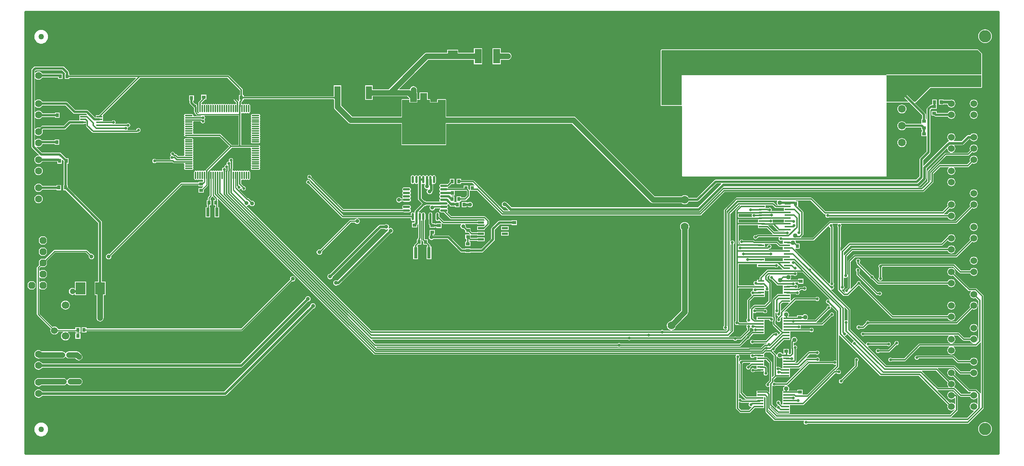
<source format=gtl>
%FSTAX23Y23*%
%MOIN*%
%SFA1B1*%

%IPPOS*%
%AMD40*
4,1,8,-0.031000,-0.012900,-0.012900,-0.031000,0.012900,-0.031000,0.031000,-0.012900,0.031000,0.012900,0.012900,0.031000,-0.012900,0.031000,-0.031000,0.012900,-0.031000,-0.012900,0.0*
%
%ADD10R,0.035433X0.031496*%
%ADD11R,0.058000X0.022000*%
%ADD12R,0.035433X0.027559*%
%ADD13R,0.027559X0.035433*%
%ADD14R,0.031496X0.102362*%
%ADD15R,0.052000X0.014000*%
%ADD16O,0.064960X0.021654*%
%ADD17O,0.021654X0.064960*%
%ADD18R,0.058000X0.014000*%
%ADD19R,0.031496X0.035433*%
%ADD20R,0.028000X0.079000*%
%ADD21R,0.055122X0.118110*%
%ADD22R,0.085000X0.107992*%
%ADD23R,0.085827X0.059842*%
%ADD24R,0.061024X0.129921*%
%ADD25R,0.149606X0.078740*%
%ADD26R,0.059055X0.078740*%
%ADD27O,0.070866X0.011468*%
%ADD28O,0.011468X0.070866*%
%ADD29C,0.020000*%
%ADD30C,0.012000*%
%ADD31C,0.050000*%
%ADD32C,0.024000*%
%ADD33C,0.010000*%
%ADD34C,0.025000*%
%ADD35C,0.051181*%
%ADD36C,0.050000*%
%ADD37C,0.060000*%
%ADD38C,0.066929*%
%ADD39C,0.062992*%
G04~CAMADD=40~4~0.0~0.0~620.0~620.0~0.0~181.6~0~0.0~0.0~0.0~0.0~0~0.0~0.0~0.0~0.0~0~0.0~0.0~0.0~135.0~620.0~620.0*
%ADD40D40*%
%ADD41C,0.110236*%
%ADD42C,0.067874*%
%ADD43C,0.106299*%
%ADD44C,0.035433*%
%ADD45C,0.025000*%
%ADD46C,0.070000*%
%ADD47C,0.040000*%
%ADD48C,0.036000*%
%LNeurocard_vme_3u_(3.937_x_8.660_inches)-1*%
%LPD*%
G36*
X1266Y06D02*
X04D01*
Y09937*
X1266*
Y06*
G37*
%LNeurocard_vme_3u_(3.937_x_8.660_inches)-2*%
%LPC*%
G36*
X12261Y07692D02*
D01*
X11618*
X11613Y07691*
X11612Y0769*
X1161Y0769*
X11602Y07689*
X11596Y07685*
X11592Y07679*
X11591Y07672*
X11592Y07664*
X11596Y07658*
X11597Y07657*
Y07575*
X11595Y07574*
X11591Y07568*
X1159Y07561*
X11591Y07553*
X11595Y07547*
X11601Y07543*
X11609Y07542*
X11616Y07543*
X11622Y07547*
X11626Y07553*
X11627Y07561*
X11626Y07568*
X11622Y07574*
X11622Y07574*
Y07657*
X11623Y07658*
X11627Y07664*
X11627Y07667*
X12256*
X12311Y07613*
X12315Y0761*
X1232Y07609*
X12406*
X12408Y07603*
X12414Y07596*
X12421Y0759*
X1243Y07587*
X1244Y07585*
X12449Y07587*
X12458Y0759*
X12465Y07596*
X12471Y07603*
X12474Y07612*
X12476Y07622*
X12474Y07631*
X12471Y0764*
X12465Y07647*
X12458Y07653*
X12449Y07656*
X1244Y07658*
X1243Y07656*
X12421Y07653*
X12414Y07647*
X12408Y0764*
X12406Y07634*
X12325*
X1227Y07688*
X12266Y07691*
X12261Y07692*
G37*
G36*
X04541Y07817D02*
D01*
X04259*
X04254Y07816*
X04251Y07813*
X04174Y07737*
X04173Y07738*
X04136*
X04118Y0772*
Y07683*
X04119Y07682*
X04105Y07667*
X04102Y07664*
X04101Y0766*
Y07244*
X04102Y0724*
X04105Y07236*
X04225Y07115*
X04223Y07108*
X04221Y07099*
X04223Y0709*
X04226Y07081*
X04232Y07073*
X04239Y07068*
X04248Y07064*
X04257Y07063*
X04267Y07064*
X04276Y07068*
X04283Y07073*
X04289Y07081*
X04292Y07088*
X04333*
X04334Y07083*
X04327Y07078*
X04321Y07069*
X04317Y0706*
X04316Y0705*
X04317Y07039*
X04321Y0703*
X04327Y07021*
X04336Y07015*
X04345Y07011*
X04356Y0701*
X04366Y07011*
X04375Y07015*
X04384Y07021*
X0439Y0703*
X04394Y07039*
X04395Y0705*
X04394Y0706*
X0439Y07069*
X04384Y07078*
X04377Y07083*
X04379Y07088*
X04444*
Y07082*
X04455*
Y07073*
X04444*
Y07026*
X04488*
Y07073*
X04477*
Y07082*
X04488*
Y07129*
X04444*
Y0711*
X04292*
X04289Y07117*
X04283Y07125*
X04276Y0713*
X04267Y07134*
X04257Y07135*
X04248Y07134*
X04241Y07131*
X04124Y07248*
Y0747*
X04128Y07472*
X04136Y07465*
X04173*
X04191Y07483*
Y0752*
X04173Y07538*
X04136*
X04128Y07531*
X04124Y07533*
Y0757*
X04128Y07572*
X04136Y07565*
X04173*
X04191Y07583*
Y0762*
X04173Y07638*
X04136*
X04128Y07631*
X04124Y07633*
Y07655*
X04135Y07666*
X04136Y07665*
X04173*
X04191Y07683*
Y0772*
X0419Y07721*
X04263Y07794*
X04536*
X04565Y07766*
X04563Y07759*
X04565Y07749*
X0457Y07742*
X04578Y07736*
X04587Y07735*
X04597Y07736*
X04604Y07742*
X0461Y07749*
X04611Y07759*
X0461Y07768*
X04604Y07776*
X04597Y07781*
X04587Y07783*
X0458Y07781*
X04548Y07813*
X04545Y07816*
X04541Y07817*
G37*
G36*
X04173Y07838D02*
X04136D01*
X04118Y0782*
Y07783*
X04136Y07765*
X04173*
X04191Y07783*
Y0782*
X04173Y07838*
G37*
G36*
X1244Y07758D02*
X1243Y07756D01*
X12421Y07753*
X12414Y07747*
X12408Y0774*
X12405Y07731*
X12403Y07722*
X12405Y07712*
X12408Y07703*
X12414Y07696*
X12421Y0769*
X1243Y07687*
X1244Y07685*
X12449Y07687*
X12458Y0769*
X12465Y07696*
X12471Y07703*
X12474Y07712*
X12476Y07722*
X12474Y07731*
X12471Y0774*
X12465Y07747*
X12458Y07753*
X12449Y07756*
X1244Y07758*
G37*
G36*
X04538Y07533D02*
X04441D01*
Y07475*
X04436Y07472*
X04433Y07474*
X04426Y07478*
X04418Y07479*
X04409Y07478*
X04402Y07474*
X04395Y0747*
X04391Y07463*
X04387Y07456*
X04386Y07448*
X04387Y07439*
X04391Y07432*
X04395Y07425*
X04402Y07421*
X04409Y07417*
X04418Y07416*
X04426Y07417*
X04433Y07421*
X04436Y07423*
X04441Y0742*
Y07414*
X04538*
Y07533*
G37*
G36*
X1141Y07738D02*
X11402Y07737D01*
X11396Y07733*
X11392Y07727*
X11391Y0772*
X11392Y07712*
X11396Y07706*
X11397Y07705*
Y07698*
X11398Y07693*
X11401Y07689*
X11514Y07576*
X11514Y07575*
X11515Y07567*
X11519Y07561*
X11525Y07557*
X11533Y07556*
X11534Y07556*
X11577Y07513*
X11581Y0751*
X11586Y07509*
X12206*
X12208Y07503*
X12214Y07496*
X12221Y0749*
X1223Y07487*
X1224Y07485*
X12249Y07487*
X12258Y0749*
X12265Y07496*
X12271Y07503*
X12274Y07512*
X12276Y07522*
X12274Y07531*
X12271Y0754*
X12265Y07547*
X12258Y07553*
X12249Y07556*
X1224Y07558*
X1223Y07556*
X12221Y07553*
X12214Y07547*
X12208Y0754*
X12206Y07534*
X11591*
X11551Y07573*
X11551Y07575*
X1155Y07582*
X11546Y07588*
X1154Y07592*
X11533Y07593*
X11531Y07593*
X11423Y07701*
X11423Y07706*
X11427Y07712*
X11428Y0772*
X11427Y07727*
X11423Y07733*
X11417Y07737*
X1141Y07738*
G37*
G36*
X06378Y07584D02*
X06368Y07582D01*
X0636Y07577*
X06355Y07569*
X06353Y0756*
X06355Y07553*
X05919Y07117*
X04543*
Y07129*
X04499*
Y07082*
X04543*
Y07094*
X05924*
X05928Y07095*
X05931Y07098*
X06371Y07537*
X06378Y07535*
X06387Y07537*
X06395Y07542*
X064Y0755*
X06402Y0756*
X064Y07569*
X06395Y07577*
X06387Y07582*
X06378Y07584*
G37*
G36*
X07211Y08048D02*
X07201Y08046D01*
X07195Y08042*
X07155*
X07148Y0804*
X07142Y08036*
X06708Y07603*
X06701Y07602*
X06693Y07597*
X06688Y07589*
X06686Y0758*
X06688Y0757*
X06693Y07562*
X06701Y07557*
X06711Y07555*
X0672Y07557*
X06728Y07562*
X06733Y0757*
X06734Y07577*
X07162Y08005*
X07195*
X07201Y08001*
X07211Y07999*
X0722Y08001*
X07223Y08004*
X07227Y08*
X07225Y07998*
X07224Y07991*
X06775Y07542*
X06772Y07545*
X06763Y07547*
X06753Y07545*
X06745Y0754*
X0674Y07532*
X06738Y07523*
X0674Y07513*
X06745Y07505*
X06753Y075*
X06763Y07498*
X06772Y075*
X06778Y07504*
X06782*
X06788Y07506*
X06794Y0751*
X0725Y07965*
X07257Y07966*
X07265Y07971*
X0727Y07979*
X07272Y07989*
X0727Y07998*
X07265Y08006*
X07257Y08011*
X07248Y08013*
X07238Y08011*
X07235Y08008*
X07231Y08012*
X07233Y08014*
X07235Y08024*
X07233Y08033*
X07228Y08041*
X0722Y08046*
X07211Y08048*
G37*
G36*
X08373Y08082D02*
X08326D01*
Y08078*
X08301*
Y08078*
X08232*
Y08078*
X08219*
X08212Y08076*
X08207Y08073*
X08149Y08015*
X08146Y0801*
X08144Y08004*
Y07916*
X08055Y07827*
X0796*
Y07831*
X07913*
Y07827*
X07887*
X07773Y07941*
X07768Y07944*
X07762Y07946*
X0763*
X0763Y07947*
X07629Y07947*
Y07956*
X07644*
Y07996*
X07597*
Y07971*
X07596Y07968*
Y07947*
X07595Y07947*
X0759Y07939*
X07588Y0793*
X0759Y0792*
X07595Y07912*
X07603Y07907*
X07613Y07905*
X07622Y07907*
X0763Y07912*
X0763Y07913*
X07755*
X07869Y078*
X07874Y07796*
X0788Y07795*
X07913*
Y07791*
X0796*
Y07795*
X08062*
X08068Y07796*
X08073Y078*
X08172Y07898*
X08175Y07903*
X08177Y0791*
Y07997*
X08225Y08045*
X08232*
Y08045*
X08301*
Y08045*
X08326*
Y08038*
X08373*
Y08082*
G37*
G36*
X06527Y08485D02*
X06519Y08484D01*
X06513Y0848*
X06509Y08474*
X06508Y08467*
X06509Y08459*
X06513Y08453*
X06519Y08449*
X06527Y08448*
X06529Y08448*
X06817Y0816*
X06821Y08157*
X06826Y08156*
X07358*
X07363Y08153*
X07369Y08151*
X07413*
X07419Y08153*
X07425Y08156*
X07429Y08162*
X0743Y08168*
X07429Y08175*
X07425Y0818*
X07423Y08182*
Y08187*
X07425Y08188*
X07429Y08193*
X0743Y082*
X07429Y08206*
X07425Y08212*
X07419Y08216*
X07413Y08217*
X07369*
X07363Y08216*
X07357Y08212*
X07354Y08206*
X07352Y082*
X07354Y08193*
X07357Y08188*
X07357Y08182*
X07355Y0818*
X06831*
X06545Y08466*
X06545Y08467*
X06544Y08474*
X0654Y0848*
X06534Y08484*
X06527Y08485*
G37*
G36*
X08301Y08028D02*
X08232D01*
Y07995*
X08301*
Y08028*
G37*
G36*
X04173Y07938D02*
X04136D01*
X04118Y0792*
Y07883*
X04136Y07865*
X04173*
X04191Y07883*
Y0792*
X04173Y07938*
G37*
G36*
X08301Y07978D02*
X08232D01*
Y07945*
X08301*
Y07978*
G37*
G36*
X1244Y08058D02*
X1243Y08056D01*
X12421Y08053*
X12414Y08047*
X12408Y0804*
X12405Y08031*
X12403Y08022*
X12405Y08012*
X12408Y08003*
X12414Y07996*
X12421Y0799*
X1243Y07987*
X1244Y07985*
X12449Y07987*
X12458Y0799*
X12465Y07996*
X12471Y08003*
X12474Y08012*
X12476Y08022*
X12474Y08031*
X12471Y0804*
X12465Y08047*
X12458Y08053*
X12449Y08056*
X1244Y08058*
G37*
G36*
X06513Y07406D02*
X06503Y07404D01*
X06495Y07399*
X0649Y07391*
X06489Y07384*
X0591Y06805*
X04148*
X04148Y06805*
X04142Y06813*
X04134Y06819*
X04125Y06823*
X04116Y06824*
X04106Y06823*
X04097Y06819*
X04089Y06813*
X04083Y06805*
X04079Y06796*
X04078Y06787*
X04079Y06777*
X04083Y06768*
X04089Y0676*
X04097Y06754*
X04106Y0675*
X04116Y06749*
X04125Y0675*
X04134Y06754*
X04142Y0676*
X04148Y06768*
X04148Y06768*
X05918*
X05924Y0677*
X0593Y06774*
X06515Y07358*
X06522Y07359*
X0653Y07364*
X06535Y07372*
X06537Y07382*
X06535Y07391*
X0653Y07399*
X06522Y07404*
X06513Y07406*
G37*
G36*
X04116Y06924D02*
X04106Y06923D01*
X04097Y06919*
X04089Y06913*
X04083Y06905*
X04079Y06896*
X04078Y06887*
X04079Y06877*
X04083Y06868*
X04089Y0686*
X04097Y06854*
X04106Y0685*
X04116Y06849*
X04125Y0685*
X04126Y0685*
X04326*
X04334Y06851*
X04342Y06855*
X04348Y06859*
X04353Y06866*
X04355Y06866*
X04356*
X04358Y06866*
X04363Y06859*
X04369Y06855*
X04377Y06851*
X04385Y0685*
X04444*
X04452Y06841*
X04459Y06837*
X04466Y06833*
X04475Y06832*
X04483Y06833*
X0449Y06837*
X04497Y06841*
X04501Y06848*
X04505Y06855*
X04506Y06864*
X04505Y06872*
X04501Y06879*
X04497Y06886*
X04479Y06904*
X04472Y06908*
X04465Y06912*
X04457Y06913*
X04385*
X04377Y06912*
X04369Y06908*
X04363Y06904*
X04358Y06897*
X04356Y06897*
X04355*
X04353Y06897*
X04348Y06904*
X04342Y06908*
X04334Y06912*
X04326Y06913*
X04143*
X04142Y06913*
X04134Y06919*
X04125Y06923*
X04116Y06924*
G37*
G36*
X12222Y06876D02*
D01*
X11939*
X11934Y06875*
X11932Y06875*
X11924Y06874*
X11918Y0687*
X11914Y06864*
X11913Y06857*
X11914Y06849*
X11918Y06843*
X11924Y06839*
X11932Y06838*
X11939Y06839*
X11945Y06843*
X11949Y06849*
X11949Y06851*
X12222*
X12222Y06851*
X12252*
X1229Y06813*
X12294Y0681*
X12299Y06809*
X12406*
X12408Y06803*
X12414Y06796*
X12421Y0679*
X1243Y06787*
X1244Y06785*
X12449Y06787*
X12458Y0679*
X12465Y06796*
X12471Y06803*
X12474Y06812*
X12476Y06822*
X12474Y06831*
X12471Y0684*
X12465Y06847*
X12458Y06853*
X12449Y06856*
X1244Y06858*
X1243Y06856*
X12421Y06853*
X12414Y06847*
X12408Y0684*
X12406Y06834*
X12304*
X12265Y06872*
X12262Y06875*
X12257Y06876*
X12223*
X12222Y06876*
G37*
G36*
X04475Y06676D02*
X04466Y06675D01*
X04464Y06674*
X04398*
X0439Y06673*
X04382Y06669*
X04376Y06665*
X04371Y06658*
X04369Y06658*
X04368*
X04366Y06658*
X04361Y06665*
X04355Y06669*
X04347Y06673*
X04339Y06674*
X04122*
X04121Y06674*
X04116Y06674*
X04106Y06673*
X04097Y06669*
X04089Y06663*
X04083Y06655*
X04079Y06646*
X04078Y06637*
X04079Y06627*
X04083Y06618*
X04089Y0661*
X04097Y06604*
X04106Y066*
X04116Y06599*
X04125Y066*
X04134Y06604*
X04142Y0661*
X04143Y06611*
X04339*
X04347Y06612*
X04355Y06616*
X04361Y0662*
X04366Y06627*
X04368Y06627*
X04369*
X04371Y06627*
X04376Y0662*
X04382Y06616*
X0439Y06612*
X04398Y06611*
X04473*
X04481Y06612*
X04488Y06616*
X04495Y0662*
X04497Y06622*
X04501Y06629*
X04505Y06636*
X04506Y06645*
X04505Y06653*
X04501Y0666*
X04497Y06667*
X0449Y06671*
X04483Y06675*
X04475Y06676*
G37*
G36*
X0414Y06278D02*
X04128Y06277D01*
X04116Y06273*
X04106Y06267*
X04096Y0626*
X04089Y06251*
X04083Y0624*
X04079Y06228*
X04078Y06217*
X04079Y06205*
X04083Y06193*
X04089Y06183*
X04096Y06173*
X04106Y06166*
X04116Y0616*
X04128Y06156*
X0414Y06155*
X04151Y06156*
X04163Y0616*
X04174Y06166*
X04183Y06173*
X0419Y06183*
X04196Y06193*
X042Y06205*
X04201Y06217*
X042Y06228*
X04196Y0624*
X0419Y06251*
X04183Y0626*
X04174Y06267*
X04163Y06273*
X04151Y06277*
X0414Y06278*
G37*
G36*
X1254Y06283D02*
X12528Y06282D01*
X12516Y06278*
X12505Y06272*
X12496Y06265*
X12489Y06256*
X12483Y06245*
X12479Y06233*
X12478Y06222*
X12479Y0621*
X12483Y06198*
X12489Y06187*
X12496Y06178*
X12505Y06171*
X12516Y06165*
X12528Y06161*
X1254Y0616*
X12551Y06161*
X12563Y06165*
X12574Y06171*
X12583Y06178*
X1259Y06187*
X12596Y06198*
X126Y0621*
X12601Y06222*
X126Y06233*
X12596Y06245*
X1259Y06256*
X12583Y06265*
X12574Y06272*
X12563Y06278*
X12551Y06282*
X1254Y06283*
G37*
G36*
X06558Y07342D02*
X06548Y0734D01*
X0654Y07335*
X06535Y07327*
X06534Y0732*
X05769Y06555*
X04148*
X04148Y06555*
X04142Y06563*
X04134Y06569*
X04125Y06573*
X04116Y06574*
X04106Y06573*
X04097Y06569*
X04089Y06563*
X04083Y06555*
X04079Y06546*
X04078Y06537*
X04079Y06527*
X04083Y06518*
X04089Y0651*
X04097Y06504*
X04106Y065*
X04116Y06499*
X04125Y065*
X04134Y06504*
X04142Y0651*
X04148Y06518*
X04148Y06518*
X05777*
X05783Y0652*
X05789Y06524*
X0656Y07294*
X06567Y07295*
X06575Y073*
X0658Y07308*
X06582Y07318*
X0658Y07327*
X06575Y07335*
X06567Y0734*
X06558Y07342*
G37*
G36*
X04356Y07365D02*
X04345Y07364D01*
X04336Y0736*
X04327Y07354*
X04321Y07345*
X04317Y07336*
X04316Y07325*
X04317Y07315*
X04321Y07306*
X04327Y07297*
X04336Y07291*
X04345Y07287*
X04356Y07286*
X04366Y07287*
X04375Y07291*
X04384Y07297*
X0439Y07306*
X04394Y07315*
X04395Y07325*
X04394Y07336*
X0439Y07345*
X04384Y07354*
X04375Y0736*
X04366Y07364*
X04356Y07365*
G37*
G36*
X11408Y07656D02*
X114Y07655D01*
X11394Y07651*
X1139Y07645*
X11389Y07638*
X1139Y0763*
X11394Y07624*
X11395Y07623*
Y07599*
X11396Y07594*
X11399Y0759*
X1157Y07419*
X11574Y07416*
X11579Y07415*
X11589*
X1159Y07414*
X11596Y0741*
X11604Y07409*
X11611Y0741*
X11617Y07414*
X11621Y0742*
X11622Y07428*
X11621Y07435*
X11617Y07441*
X11611Y07445*
X11604Y07446*
X11596Y07445*
X1159Y07441*
X11589Y0744*
X11584*
X1142Y07604*
Y07623*
X11421Y07624*
X11425Y0763*
X11426Y07638*
X11425Y07645*
X11421Y07651*
X11415Y07655*
X11408Y07656*
G37*
G36*
X04073Y07538D02*
X04036D01*
X04018Y0752*
Y07483*
X04036Y07465*
X04073*
X04091Y07483*
Y0752*
X04073Y07538*
G37*
G36*
X1244Y07358D02*
X1243Y07356D01*
X12421Y07353*
X12414Y07347*
X12408Y0734*
X12405Y07331*
X12403Y07322*
X12405Y07312*
X12407Y07306*
X12279Y07179*
X11512*
X1151Y07182*
X11504Y07186*
X11497Y07187*
X11489Y07186*
X11483Y07182*
X11479Y07176*
X11478Y07169*
X11478Y07167*
X11451Y0714*
X11429*
X11428Y07141*
X11422Y07145*
X11415Y07147*
X11407Y07145*
X11401Y07141*
X11397Y07135*
X11396Y07128*
X11397Y07121*
X11401Y07115*
X11407Y07111*
X11415Y07109*
X11422Y07111*
X11428Y07115*
X11429Y07116*
X11456*
X11461Y07117*
X11464Y07119*
X11495Y0715*
X11497Y0715*
X11504Y07151*
X11508Y07154*
X12285*
X12289Y07155*
X12293Y07158*
X12424Y07289*
X1243Y07287*
X1244Y07285*
X12449Y07287*
X12458Y0729*
X12465Y07296*
X12471Y07303*
X12474Y07312*
X12476Y07322*
X12474Y07331*
X12471Y0734*
X12465Y07347*
X12458Y07353*
X12449Y07356*
X1244Y07358*
G37*
G36*
X11752Y07005D02*
X11744Y07004D01*
X11738Y07*
X11734Y06994*
X11733Y06987*
X11733Y06985*
X11676Y06929*
X116*
X11599Y0693*
X11593Y06934*
X11586Y06935*
X11578Y06934*
X11572Y0693*
X11568Y06924*
X11567Y06917*
X11568Y06909*
X11572Y06903*
X11578Y06899*
X11586Y06898*
X11593Y06899*
X11599Y06903*
X116Y06904*
X11682*
X11686Y06905*
X1169Y06908*
X1175Y06968*
X11752Y06968*
X11759Y06969*
X11765Y06973*
X11769Y06979*
X1177Y06987*
X11769Y06994*
X11765Y07*
X11759Y07004*
X11752Y07005*
G37*
G36*
X1244Y07158D02*
X1243Y07156D01*
X12421Y07153*
X12414Y07147*
X12408Y0714*
X12405Y07131*
X12403Y07122*
X12405Y07112*
X12408Y07103*
X12414Y07096*
X12421Y0709*
X1243Y07087*
X1244Y07085*
X12449Y07087*
X12458Y0709*
X12465Y07096*
X12471Y07103*
X12474Y07112*
X12476Y07122*
X12474Y07131*
X12471Y0714*
X12465Y07147*
X12458Y07153*
X12449Y07156*
X1244Y07158*
G37*
G36*
X1224Y07358D02*
X1223Y07356D01*
X12221Y07353*
X12214Y07347*
X12208Y0734*
X12205Y07331*
X12203Y07322*
X12205Y07312*
X12208Y07303*
X12214Y07296*
X12221Y0729*
X1223Y07287*
X1224Y07285*
X12249Y07287*
X12258Y0729*
X12265Y07296*
X12271Y07303*
X12274Y07312*
X12276Y07322*
X12274Y07331*
X12271Y0734*
X12265Y07347*
X12258Y07353*
X12249Y07356*
X1224Y07358*
G37*
G36*
X05828Y08635D02*
X05821Y08634D01*
X05815Y0863*
X05811Y08624*
X05809Y08617*
X05811Y0861*
X0581Y08608*
X05808Y08605*
X05801Y08604*
X05795Y086*
X05791Y08594*
X0579Y08587*
X05791Y08582*
X05789Y08578*
X05787Y08577*
X05782Y08576*
X05776Y08572*
X05772Y08566*
X0577Y08559*
X05771Y08556*
X05766Y08552*
X0576Y08551*
X05754Y08547*
X0575Y08541*
X05749Y08534*
X0575Y08529*
X0575Y08526*
X05746Y08523*
X05745Y08523*
X05741Y0852*
X05738*
X05734Y08523*
X0573Y08524*
X05725Y08523*
X05724Y08522*
X0572Y08521*
X05716Y08522*
X05715Y08523*
X0571Y08524*
X05706Y08523*
X05702Y0852*
X05699*
X05695Y08523*
X0569Y08524*
X05686Y08523*
X05684Y08522*
X05681Y08521*
X05677Y08522*
X05675Y08523*
X05671Y08524*
X05666Y08523*
X05662Y0852*
X05659*
X05656Y08523*
X05651Y08524*
X05647Y08523*
X05643Y0852*
X0564Y08516*
X05639Y08512*
Y08453*
X0564Y08449*
Y08303*
X05626Y08289*
X05624Y08285*
X05623Y08281*
Y0826*
X05614*
Y08213*
X05616*
Y08198*
X05602*
Y08108*
X05642*
Y08198*
X05638*
Y08213*
X05654*
Y0826*
X05645*
Y08276*
X05659Y0829*
X0566Y08292*
X05665Y08293*
X05666Y08293*
X05686Y08274*
Y0826*
X05673*
Y08213*
X0569*
X0569Y08213*
Y08198*
X05682*
Y08108*
X05722*
Y08198*
X05712*
Y08213*
X05713*
Y0826*
X05708*
Y08272*
X05713Y08274*
X07099Y06887*
X07103Y06885*
X07108Y06884*
X10324*
X10326Y06879*
X10324Y06878*
X1032Y06872*
X10319Y06865*
X1032Y06857*
X10324Y06852*
Y06405*
X10325Y06401*
X10328Y06397*
X10356Y06369*
X10359Y06366*
X10364Y06365*
X10443*
X10447Y06366*
X10451Y06369*
X10492Y06409*
X10505*
Y06409*
X10574*
Y06455*
Y06459*
Y0646*
Y06485*
Y06506*
X10579Y06508*
X10585Y06502*
Y06377*
X10586Y06373*
X10589Y06369*
X10659Y06299*
X10663Y06296*
X10668Y06295*
X10927*
X1093Y0629*
X10927Y06287*
X10926Y0628*
X10927Y06272*
X10931Y06266*
X10937Y06262*
X10945Y06261*
X10952Y06262*
X10958Y06266*
X10959Y06267*
X12385*
X12389Y06268*
X12393Y06271*
X12523Y06401*
X12526Y06405*
X12527Y0641*
Y07406*
X12526Y0741*
X12523Y07414*
X12465Y07472*
X12462Y07475*
X12457Y07476*
X12403*
X12272Y07606*
X12274Y07612*
X12276Y07622*
X12274Y07631*
X12271Y0764*
X12265Y07647*
X12258Y07653*
X12249Y07656*
X1224Y07658*
X1223Y07656*
X12221Y07653*
X12214Y07647*
X12208Y0764*
X12205Y07631*
X12203Y07622*
X12205Y07612*
X12208Y07603*
X12214Y07596*
X12221Y0759*
X1223Y07587*
X1224Y07585*
X12249Y07587*
X12255Y07589*
X12389Y07455*
X12393Y07452*
X12398Y07451*
X12412*
X12413Y07446*
X12408Y0744*
X12405Y07431*
X12403Y07422*
X12405Y07412*
X12408Y07403*
X12414Y07396*
X12421Y0739*
X1243Y07387*
X1244Y07385*
X12449Y07387*
X12455Y07389*
X12481Y07362*
Y07011*
X12478Y07007*
X12473Y0701*
X12474Y07012*
X12476Y07022*
X12474Y07031*
X12471Y0704*
X12465Y07047*
X12458Y07053*
X12449Y07056*
X1244Y07058*
X1243Y07056*
X12421Y07053*
X12414Y07047*
X12408Y0704*
X12406Y07034*
X12354*
X12309Y07078*
X12305Y07081*
X12301Y07082*
X12296Y07081*
X12294Y0708*
X11467*
X11466Y07081*
X1146Y07085*
X11453Y07086*
X11445Y07085*
X11439Y07081*
X11435Y07075*
X11434Y07068*
X11435Y0706*
X11439Y07054*
X11445Y0705*
X11453Y07049*
X1146Y0705*
X11466Y07054*
X11467Y07055*
X12216*
X12218Y0705*
X12214Y07047*
X12208Y0704*
X12205Y07031*
X12203Y07022*
X12205Y07012*
X12208Y07003*
X12214Y06996*
X12221Y0699*
X1223Y06987*
X12229Y06982*
X11956*
X11951Y06981*
X11947Y06978*
X11819Y06851*
X11712*
X11711Y06852*
X11705Y06856*
X11698Y06857*
X1169Y06856*
X11684Y06852*
X1168Y06846*
X11679Y06839*
X1168Y06831*
X11684Y06825*
X1169Y06821*
X11698Y0682*
X11705Y06821*
X11711Y06825*
X11712Y06826*
X11825*
X11829Y06827*
X11833Y0683*
X11961Y06957*
X12219*
X12221Y06955*
X12221Y06952*
X12214Y06947*
X12208Y0694*
X12205Y06931*
X12203Y06922*
X12205Y06912*
X12208Y06903*
X12214Y06896*
X12221Y0689*
X1223Y06887*
X1224Y06885*
X12249Y06887*
X12258Y0689*
X12265Y06896*
X12271Y06903*
X12274Y06912*
X12276Y06922*
X12274Y06931*
X12271Y0694*
X12265Y06947*
X12258Y06952*
X12258Y06955*
X1226Y06957*
X12458*
X12462Y06958*
X12466Y06961*
X12497Y06992*
X12502Y0699*
Y06543*
X12501Y06542*
X12495Y06542*
X12465Y06572*
X12462Y06575*
X12457Y06576*
X12403*
X12272Y06706*
X12274Y06712*
X12276Y06722*
X12274Y06731*
X12271Y0674*
X12265Y06747*
X12258Y06753*
X12249Y06756*
X1224Y06758*
X1223Y06756*
X12221Y06753*
X12214Y06747*
X12208Y0674*
X12205Y06731*
X12203Y06722*
X12205Y06712*
X12208Y06703*
X12214Y06696*
X12221Y0669*
X1223Y06687*
X1224Y06685*
X12249Y06687*
X12255Y06689*
X12389Y06555*
X12393Y06552*
X12398Y06551*
X12412*
X12413Y06546*
X12408Y0654*
X12406Y06534*
X12328*
X12273Y06588*
X12269Y06591*
X12267Y06591*
X12266Y06594*
X12266Y06597*
X12271Y06603*
X12274Y06612*
X12276Y06622*
X12274Y06631*
X12271Y0664*
X12265Y06647*
X12258Y06653*
X12249Y06656*
X1224Y06658*
X1223Y06656*
X12224Y06654*
X12119Y06759*
X12121Y06764*
X12258*
X1231Y06713*
X12314Y0671*
X12319Y06709*
X12406*
X12408Y06703*
X12414Y06696*
X12421Y0669*
X1243Y06687*
X1244Y06685*
X12449Y06687*
X12458Y0669*
X12465Y06696*
X12471Y06703*
X12474Y06712*
X12476Y06722*
X12474Y06731*
X12471Y0674*
X12465Y06747*
X12458Y06753*
X12449Y06756*
X1244Y06758*
X1243Y06756*
X12421Y06753*
X12414Y06747*
X12408Y0674*
X12406Y06734*
X12324*
X12272Y06785*
X12268Y06788*
X12264Y06789*
X11661*
X11495Y06954*
X11498Y06959*
X11499Y06959*
X11506Y0696*
X11512Y06964*
X11513Y06965*
X11667*
X11668Y06964*
X11674Y0696*
X11682Y06959*
X11689Y0696*
X11695Y06964*
X11699Y0697*
X117Y06978*
X11699Y06985*
X11695Y06991*
X11689Y06995*
X11682Y06996*
X11674Y06995*
X11668Y06991*
X11667Y0699*
X11513*
X11512Y06991*
X11506Y06995*
X11499Y06996*
X11491Y06995*
X11485Y06991*
X11481Y06985*
X1148Y06978*
X1148Y06977*
X11475Y06974*
X1134Y0711*
Y07285*
X11339Y07289*
X11336Y07293*
X11169Y0746*
X11172Y07465*
X11177Y07464*
X11184Y07465*
X1119Y07469*
X11194Y07475*
X11195Y07483*
X11194Y0749*
X1119Y07496*
Y075*
X11194Y07506*
X11195Y07514*
X11194Y07521*
X1119Y07527*
X11189Y07528*
Y08021*
X11188Y08025*
X11186Y08027*
X11187Y08033*
X11186Y0804*
X11182Y08046*
X11181Y08046*
X11183Y08051*
X11229*
X11231Y08046*
X1123Y08046*
X11226Y0804*
X11225Y08033*
X11226Y08025*
X1123Y08019*
X11231Y08018*
Y07853*
X1123Y07851*
X11229Y07847*
Y07465*
X1123Y0746*
X11233Y07456*
X11277Y07412*
X11281Y07409*
X11286Y07408*
X11315*
X11319Y07409*
X11323Y07412*
X11413Y07501*
X11418*
X11707Y07213*
X11711Y0721*
X11716Y07209*
X12206*
X12208Y07203*
X12214Y07196*
X12221Y0719*
X1223Y07187*
X1224Y07185*
X12249Y07187*
X12258Y0719*
X12265Y07196*
X12271Y07203*
X12274Y07212*
X12276Y07222*
X12274Y07231*
X12271Y0724*
X12265Y07247*
X12258Y07253*
X12249Y07256*
X1224Y07258*
X1223Y07256*
X12221Y07253*
X12214Y07247*
X12208Y0724*
X12206Y07234*
X11721*
X11434Y0752*
X11434Y07522*
X11433Y07529*
X11429Y07535*
X11423Y07539*
X11416Y0754*
X11408Y07539*
X11402Y07535*
X11398Y07529*
X11397Y07522*
X11397Y0752*
X11346Y07469*
X11342Y07472*
X11343Y07477*
Y07711*
X11383Y07751*
X12282*
X12286Y07752*
X1229Y07755*
X12424Y07889*
X1243Y07887*
X1244Y07885*
X12449Y07887*
X12458Y0789*
X12465Y07896*
X12471Y07903*
X12474Y07912*
X12476Y07922*
X12474Y07931*
X12471Y0794*
X12465Y07947*
X12458Y07953*
X12449Y07956*
X1244Y07958*
X1243Y07956*
X12421Y07953*
X12414Y07947*
X12408Y0794*
X12405Y07931*
X12403Y07922*
X12405Y07912*
X12407Y07906*
X12276Y07776*
X11378*
X11373Y07775*
X11369Y07772*
X11322Y07725*
X11319Y07721*
X11318Y07717*
Y07597*
X11313Y07596*
X11311Y076*
X1131Y07601*
Y07757*
X11362Y07809*
X12206*
X12208Y07803*
X12214Y07796*
X12221Y0779*
X1223Y07787*
X1224Y07785*
X12249Y07787*
X12258Y0779*
X12265Y07796*
X12271Y07803*
X12274Y07812*
X12276Y07822*
X12274Y07831*
X12271Y0784*
X12265Y07847*
X12258Y07853*
X12249Y07856*
X1224Y07858*
X1223Y07856*
X12221Y07853*
X12214Y07847*
X12208Y0784*
X12206Y07834*
X11357*
X11352Y07833*
X11348Y0783*
X11289Y07771*
X11283Y07771*
X11282Y07771*
Y07796*
X11342Y07856*
X12156*
X1216Y07857*
X12164Y0786*
X12204Y079*
X12211Y079*
X12214Y07896*
X12221Y0789*
X1223Y07887*
X1224Y07885*
X12249Y07887*
X12258Y0789*
X12265Y07896*
X12271Y07903*
X12274Y07912*
X12276Y07922*
X12274Y07931*
X12271Y0794*
X12265Y07947*
X12258Y07953*
X12249Y07956*
X1224Y07958*
X1223Y07956*
X12221Y07953*
X12214Y07947*
X12208Y0794*
X12205Y07933*
X12204Y07933*
X122Y0793*
X1215Y07881*
X11337*
X11332Y0788*
X11328Y07877*
X11264Y07813*
X11261Y07811*
X11255Y07811*
X11254Y07811*
Y07842*
X11255Y07844*
X11256Y07849*
Y08018*
X11257Y08019*
X11261Y08025*
X11262Y08033*
X11261Y0804*
X11257Y08046*
X11256Y08046*
X11258Y08051*
X12282*
X12286Y08052*
X1229Y08055*
X1229Y08055*
X12424Y08189*
X1243Y08187*
X1244Y08185*
X12449Y08187*
X12458Y0819*
X12465Y08196*
X12471Y08203*
X12474Y08212*
X12476Y08222*
X12474Y08231*
X12471Y0824*
X12465Y08247*
X12458Y08253*
X12449Y08256*
X1244Y08258*
X1243Y08256*
X12421Y08253*
X12414Y08247*
X12408Y0824*
X12405Y08231*
X12403Y08222*
X12405Y08212*
X12407Y08206*
X12276Y08076*
X11161*
X11157Y08075*
X11153Y08072*
X11006Y07925*
X10902*
X109Y0793*
X10918Y07948*
X10921Y07952*
X10922Y07956*
Y08153*
X10921Y08157*
X10918Y08161*
X10878Y08201*
X10875Y08205*
Y08252*
X10854*
X10853Y08253*
X10855Y08258*
X10987*
X11106Y08139*
X1111Y08136*
X11115Y08135*
X11119*
X11121Y08131*
X1112Y0813*
X11119Y08123*
X1112Y08115*
X11124Y08109*
X1113Y08105*
X11138Y08104*
X11145Y08105*
X11151Y08109*
X11151Y08109*
X12206*
X12208Y08103*
X12214Y08096*
X12221Y0809*
X1223Y08087*
X1224Y08085*
X12249Y08087*
X12258Y0809*
X12265Y08096*
X12271Y08103*
X12274Y08112*
X12276Y08122*
X12274Y08131*
X12271Y0814*
X12265Y08147*
X12258Y08153*
X12249Y08156*
X1224Y08158*
X1223Y08156*
X12221Y08153*
X12214Y08147*
X12208Y0814*
X12206Y08134*
X12175*
X12174Y08139*
X12174Y08139*
X12224Y08189*
X1223Y08187*
X1224Y08185*
X12249Y08187*
X12258Y0819*
X12265Y08196*
X12271Y08203*
X12274Y08212*
X12276Y08222*
X12274Y08231*
X12271Y0824*
X12265Y08247*
X12258Y08253*
X12249Y08256*
X1224Y08258*
X1223Y08256*
X12221Y08253*
X12214Y08247*
X12208Y0824*
X12205Y08231*
X12203Y08222*
X12205Y08212*
X12207Y08206*
X1216Y0816*
X1112*
X11Y08279*
X10996Y08282*
X10992Y08283*
X10327*
X10323Y08282*
X10319Y08279*
X10219Y08179*
X10216Y08175*
X10215Y08171*
Y0714*
X10214Y07139*
X1021Y07133*
X10209Y07126*
X1021Y07118*
X10214Y07112*
X1022Y07108*
X10228Y07107*
X10235Y07108*
X10241Y07112*
X10246Y07111*
X10246Y07108*
X10234Y07097*
X09751*
X09751Y07102*
X09758Y07103*
X09768Y07107*
X09777Y07113*
X09783Y07122*
X09787Y07132*
X09788Y0714*
X09889Y0724*
X09893Y07247*
X09897Y07254*
X09898Y07263*
Y07998*
X09902Y08004*
X09906Y08014*
X09908Y08025*
X09906Y08035*
X09902Y08045*
X09896Y08054*
X09887Y0806*
X09877Y08064*
X09867Y08066*
X09856Y08064*
X09846Y0806*
X09837Y08054*
X09831Y08045*
X09827Y08035*
X09825Y08025*
X09827Y08014*
X09831Y08004*
X09835Y07998*
Y07275*
X09743Y07183*
X09737Y07182*
X09727Y07178*
X09718Y07172*
X09712Y07163*
X09708Y07153*
X09706Y07143*
X09708Y07132*
X09712Y07122*
X09718Y07113*
X09727Y07107*
X09737Y07103*
X09744Y07102*
X09744Y07097*
X0968*
X09679Y07099*
X09673Y07103*
X09666Y07104*
X09658Y07103*
X09652Y07099*
X09651Y07097*
X07078*
X05969Y08205*
X05971Y0821*
X05976Y08211*
X05984Y08216*
X05989Y08224*
Y08224*
X05994*
X05994Y08222*
X05999Y08214*
X06007Y08209*
X06017Y08207*
X06026Y08209*
X06034Y08214*
X06039Y08222*
X06041Y08232*
X06039Y08241*
X06034Y08249*
X06026Y08254*
X06017Y08256*
X0601Y08254*
X05988Y08275*
X05985Y08278*
X05981Y08279*
X05976*
X05903Y08352*
X05904Y08357*
X05908Y08358*
X05914Y08362*
X05916Y08365*
X05922Y08366*
X05923Y08366*
X05923Y08365*
X05924Y08358*
X05928Y08352*
X05934Y08348*
X05942Y08347*
X05949Y08348*
X05955Y08352*
X05959Y08358*
X0596Y08366*
X05959Y08373*
X05955Y08379*
X05949Y08383*
X05944Y08384*
X05919Y08409*
Y08438*
X05924Y08441*
X05927Y08441*
X05931Y08442*
X05933Y08443*
X05937Y08444*
X0594Y08443*
X05942Y08442*
X05946Y08441*
X05951Y08442*
X05955Y08444*
X05958*
X05961Y08442*
X05966Y08441*
X05971Y08442*
X05972Y08443*
X05976Y08444*
X05979Y08443*
X05981Y08442*
X05986Y08441*
X0599Y08442*
X05994Y08444*
X05997Y08448*
X05998Y08453*
Y08512*
X05997Y08516*
X05994Y0852*
X0599Y08523*
X05986Y08524*
X05981Y08523*
X05979Y08522*
X05976Y08521*
X05972Y08522*
X05971Y08523*
X05966Y08524*
X05961Y08523*
X05958Y0852*
X05955*
X05951Y08523*
X05946Y08524*
X05942Y08523*
X0594Y08522*
X05937Y08521*
X05933Y08522*
X05931Y08523*
X05927Y08524*
X05922Y08523*
X05918Y0852*
X05915*
X05912Y08523*
X05907Y08524*
X05902Y08523*
X05899Y0852*
X05896*
X05892Y08523*
X05887Y08524*
X05883Y08523*
X05881Y08522*
X05877Y08521*
X05874Y08522*
X05872Y08523*
X05868Y08524*
X05863Y08523*
X05859Y0852*
X05856*
X05852Y08523*
X05848Y08524*
X05847Y08524*
X05842Y08527*
Y08534*
Y08534*
X05844Y08538*
X05845Y08543*
Y08609*
X05846Y08609*
X05847Y08617*
X05846Y08624*
X05842Y0863*
X05835Y08634*
X05828Y08635*
G37*
G36*
X05482Y08811D02*
X05423D01*
X05418Y0881*
X05414Y08808*
X05412Y08804*
X05411Y08799*
X05412Y08795*
X05414Y08791*
Y08788*
X05412Y08784*
X05411Y0878*
X05412Y08775*
X05414Y08771*
Y08768*
X05412Y08764*
X05411Y0876*
X05412Y08755*
X05413Y08754*
X05414Y0875*
X05413Y08746*
X05412Y08745*
X05411Y0874*
X05412Y08736*
X05414Y08732*
Y08729*
X05412Y08725*
X05411Y0872*
X05412Y08716*
X05413Y08714*
X05414Y08711*
X05413Y08707*
X05412Y08705*
X05411Y08701*
X05412Y08696*
X05414Y08692*
Y08689*
X05412Y08686*
X05411Y08681*
X05412Y08677*
X05414Y08673*
Y0867*
X05412Y08666*
X05411Y08661*
X05411Y08659*
X05408Y08654*
X05358*
X05345Y08667*
X05341Y0867*
X05336Y08671*
X05333*
X05328Y08673*
X05327Y0868*
X05323Y08686*
X05317Y0869*
X0531Y08691*
X05302Y0869*
X05296Y08686*
X05292Y0868*
X05291Y08673*
X05292Y08665*
X05294Y08662*
X05296Y08659*
X05293Y08656*
X0529Y08654*
X05286Y08648*
X05285Y08641*
X05286Y08633*
X0529Y08627*
X05291Y08627*
X0529Y08622*
X05162*
X05161Y08623*
X05155Y08627*
X05148Y08628*
X0514Y08627*
X05134Y08623*
X0513Y08617*
X05129Y0861*
X0513Y08602*
X05134Y08596*
X0514Y08592*
X05148Y08591*
X05155Y08592*
X05161Y08596*
X05162Y08597*
X05308*
X05312Y08594*
X05316Y08591*
X05321Y0859*
X05408*
X05411Y08585*
X05411Y08583*
X05412Y08578*
X05414Y08574*
Y08571*
X05412Y08568*
X05411Y08563*
X05412Y08558*
X05413Y08557*
X05414Y08553*
X05413Y0855*
X05412Y08548*
X05411Y08543*
X05412Y08539*
X05414Y08535*
X05418Y08532*
X05423Y08531*
X05482*
X05486Y08532*
X0549Y08535*
X05493Y08539*
X05494Y08543*
X05493Y08548*
X05492Y0855*
X05491Y08553*
X05492Y08557*
X05493Y08558*
X05494Y08563*
X05493Y08568*
X0549Y08571*
Y08574*
X05493Y08578*
X05494Y08583*
X05493Y08587*
X05492Y08589*
X05491Y08592*
X05492Y08596*
X05493Y08598*
X05494Y08602*
X05493Y08607*
X0549Y08611*
Y08614*
X05493Y08617*
X05494Y08622*
X05493Y08627*
X0549Y0863*
Y08633*
X05493Y08637*
X05494Y08642*
X05493Y08646*
X05492Y08648*
X05491Y08652*
X05492Y08655*
X05493Y08657*
X05494Y08661*
X05493Y08666*
X0549Y0867*
Y08673*
X05493Y08677*
X05494Y08681*
X05493Y08686*
X0549Y08689*
Y08692*
X05493Y08696*
X05494Y08701*
X05493Y08705*
X05492Y08707*
X05491Y08711*
X05492Y08714*
X05493Y08716*
X05494Y0872*
X05493Y08725*
X0549Y08729*
Y08732*
X05493Y08736*
X05494Y0874*
X05493Y08745*
X05492Y08746*
X05491Y0875*
X05492Y08754*
X05493Y08755*
X05494Y0876*
X05493Y08764*
X0549Y08768*
Y08771*
X05493Y08775*
X05494Y0878*
X05493Y08784*
X0549Y08788*
Y08791*
X05493Y08795*
X05494Y08799*
X05493Y08804*
X0549Y08808*
X05486Y0881*
X05482Y08811*
G37*
G36*
X118Y08813D02*
X11789Y08812D01*
X11779Y08808*
X11771Y08802*
X11765Y08793*
X11761Y08784*
X11759Y08773*
X11761Y08763*
X11765Y08753*
X11771Y08745*
X11779Y08738*
X11789Y08734*
X118Y08733*
X1181Y08734*
X1182Y08738*
X11828Y08745*
X11834Y08753*
X11838Y08763*
X1184Y08773*
X11838Y08784*
X11834Y08793*
X11828Y08802*
X1182Y08808*
X1181Y08812*
X118Y08813*
G37*
G36*
X04116Y08409D02*
X04106Y08408D01*
X04097Y08404*
X04089Y08398*
X04083Y0839*
X04079Y08381*
X04078Y08372*
X04079Y08362*
X04083Y08353*
X04089Y08345*
X04097Y08339*
X04106Y08335*
X04116Y08334*
X04125Y08335*
X04134Y08339*
X04142Y08345*
X04148Y08353*
X04149Y08355*
X04277*
Y08349*
X04317*
Y08396*
X04277*
Y08388*
X04149*
X04148Y0839*
X04142Y08398*
X04134Y08404*
X04125Y08408*
X04116Y08409*
G37*
G36*
X1224Y08458D02*
X1223Y08456D01*
X12221Y08453*
X12214Y08447*
X12208Y0844*
X12205Y08431*
X12203Y08422*
X12205Y08412*
X12208Y08403*
X12214Y08396*
X12221Y0839*
X1223Y08387*
X1224Y08385*
X12249Y08387*
X12258Y0839*
X12265Y08396*
X12271Y08403*
X12274Y08412*
X12276Y08422*
X12274Y08431*
X12271Y0844*
X12265Y08447*
X12258Y08453*
X12249Y08456*
X1224Y08458*
G37*
G36*
X04116Y08559D02*
X04106Y08558D01*
X04097Y08554*
X04089Y08548*
X04083Y0854*
X04079Y08531*
X04078Y08522*
X04079Y08512*
X04083Y08503*
X04089Y08495*
X04097Y08489*
X04106Y08485*
X04116Y08484*
X04125Y08485*
X04134Y08489*
X04142Y08495*
X04148Y08503*
X04152Y08512*
X04153Y08522*
X04152Y08531*
X04148Y0854*
X04142Y08548*
X04134Y08554*
X04125Y08558*
X04116Y08559*
G37*
G36*
X1224Y09058D02*
X1223Y09056D01*
X12221Y09053*
X12214Y09047*
X12208Y0904*
X12207Y09038*
X12109*
Y09056*
X12062*
Y09016*
X12082*
X12089Y0901*
X12094Y09007*
X121Y09005*
X12207*
X12208Y09003*
X12214Y08996*
X12221Y0899*
X1223Y08987*
X1224Y08985*
X12249Y08987*
X12258Y0899*
X12265Y08996*
X12271Y09003*
X12274Y09012*
X12276Y09022*
X12274Y09031*
X12271Y0904*
X12265Y09047*
X12258Y09053*
X12249Y09056*
X1224Y09058*
G37*
G36*
X1244Y09158D02*
X1243Y09156D01*
X12421Y09153*
X12414Y09147*
X12408Y0914*
X12405Y09131*
X12403Y09122*
X12405Y09112*
X12408Y09103*
X12414Y09096*
X12421Y0909*
X1243Y09087*
X1244Y09085*
X12449Y09087*
X12458Y0909*
X12465Y09096*
X12471Y09103*
X12474Y09112*
X12476Y09122*
X12474Y09131*
X12471Y0914*
X12465Y09147*
X12458Y09153*
X12449Y09156*
X1244Y09158*
G37*
G36*
X1217Y09159D02*
X1213D01*
Y09112*
X12148*
X12149Y09111*
X12156Y0911*
X12163Y09111*
X12164Y09112*
X1217*
Y09115*
X12204*
X12205Y09112*
X12208Y09103*
X12214Y09096*
X12221Y0909*
X1223Y09087*
X1224Y09085*
X12249Y09087*
X12258Y0909*
X12265Y09096*
X12271Y09103*
X12274Y09112*
X12276Y09122*
X12274Y09131*
X12271Y0914*
X12265Y09147*
X12258Y09153*
X12249Y09156*
X1224Y09158*
X1223Y09156*
X12221Y09153*
X12221Y09153*
X1217*
Y09159*
G37*
G36*
X06076Y09028D02*
X06017D01*
X06013Y09027*
X06009Y09024*
X06006Y0902*
X06005Y09016*
X06006Y09011*
X06007Y09009*
X06008Y09006*
X06007Y09002*
X06006Y09001*
X06005Y08996*
X06006Y08991*
X06009Y08988*
Y08985*
X06006Y08981*
X06005Y08976*
X06006Y08972*
X06009Y08968*
Y08965*
X06006Y08961*
X06005Y08957*
X06006Y08952*
X06007Y0895*
X06008Y08947*
X06007Y08943*
X06006Y08942*
X06005Y08937*
X06006Y08932*
X06009Y08929*
Y08926*
X06006Y08922*
X06005Y08917*
X06006Y08913*
X06007Y08911*
X06008Y08907*
X06007Y08904*
X06006Y08902*
X06005Y08898*
X06006Y08893*
X06009Y08889*
Y08886*
X06006Y08882*
X06005Y08878*
X06006Y08873*
X06009Y0887*
Y08867*
X06006Y08863*
X06005Y08858*
X06006Y08854*
X06007Y08852*
X06008Y08848*
X06007Y08845*
X06006Y08843*
X06005Y08839*
X06006Y08834*
X06009Y0883*
Y08827*
X06006Y08823*
X06005Y08819*
X06006Y08814*
X06007Y08813*
X06008Y08809*
X06007Y08805*
X06006Y08804*
X06005Y08799*
X06006Y08795*
X06009Y08791*
Y08788*
X06006Y08784*
X06005Y0878*
X06006Y08775*
X06009Y08771*
X06013Y08769*
X06017Y08768*
X06076*
X06081Y08769*
X06085Y08771*
X06087Y08775*
X06088Y0878*
X06087Y08784*
X06085Y08788*
Y08791*
X06087Y08795*
X06088Y08799*
X06087Y08804*
X06086Y08805*
X06085Y08809*
X06086Y08813*
X06087Y08814*
X06088Y08819*
X06087Y08823*
X06085Y08827*
Y0883*
X06087Y08834*
X06088Y08839*
X06087Y08843*
X06086Y08845*
X06085Y08848*
X06086Y08852*
X06087Y08854*
X06088Y08858*
X06087Y08863*
X06085Y08867*
Y0887*
X06087Y08873*
X06088Y08878*
X06087Y08882*
X06085Y08886*
Y08889*
X06087Y08893*
X06088Y08898*
X06087Y08902*
X06086Y08904*
X06085Y08907*
X06086Y08911*
X06087Y08913*
X06088Y08917*
X06087Y08922*
X06085Y08926*
Y08929*
X06087Y08932*
X06088Y08937*
X06087Y08942*
X06086Y08943*
X06085Y08947*
X06086Y0895*
X06087Y08952*
X06088Y08957*
X06087Y08961*
X06085Y08965*
Y08968*
X06087Y08972*
X06088Y08976*
X06087Y08981*
X06085Y08985*
Y08988*
X06087Y08991*
X06088Y08996*
X06087Y09001*
X06086Y09002*
X06085Y09006*
X06086Y09009*
X06087Y09011*
X06088Y09016*
X06087Y0902*
X06085Y09024*
X06081Y09027*
X06076Y09028*
G37*
G36*
X1244Y09058D02*
X1243Y09056D01*
X12421Y09053*
X12414Y09047*
X12408Y0904*
X12405Y09031*
X12403Y09022*
X12405Y09012*
X12408Y09003*
X12414Y08996*
X12421Y0899*
X1243Y08987*
X1244Y08985*
X12449Y08987*
X12458Y0899*
X12465Y08996*
X12471Y09003*
X12474Y09012*
X12476Y09022*
X12474Y09031*
X12471Y0904*
X12465Y09047*
X12458Y09053*
X12449Y09056*
X1244Y09058*
G37*
G36*
X118Y09113D02*
X11789Y09112D01*
X11779Y09108*
X11771Y09102*
X11765Y09093*
X11761Y09084*
X11759Y09073*
X11761Y09063*
X11765Y09053*
X11771Y09045*
X11779Y09038*
X11789Y09034*
X118Y09033*
X1181Y09034*
X1182Y09038*
X11828Y09045*
X11834Y09053*
X11838Y09063*
X1184Y09073*
X11838Y09084*
X11834Y09093*
X11828Y09102*
X1182Y09108*
X1181Y09112*
X118Y09113*
G37*
G36*
X08064Y09613D02*
X07991D01*
Y09574*
X0785*
Y096*
X07753*
Y09574*
X0757*
X07561Y09573*
X07554Y09569*
X07547Y09565*
X07232Y09249*
X07091*
Y09283*
X07024*
Y09153*
X07091*
Y09187*
X07396*
X07417Y09167*
Y0916*
X07351*
X07347Y09158*
X07345Y09154*
Y09005*
X06906*
X06808Y09103*
Y09153*
X06811*
Y09283*
X06744*
Y09186*
X05943*
Y09197*
X05933*
Y09244*
X05932Y09249*
X0593Y09253*
X0581Y09372*
X05806Y09375*
X05802Y09376*
X0439*
Y09387*
X04386*
Y09399*
X04385Y09405*
X04381Y0941*
X04345Y09447*
X0434Y0945*
X04334Y09452*
X04085*
X04078Y0945*
X04073Y09447*
X04057Y09431*
X04053Y09425*
X04052Y09419*
Y08739*
X04053Y08733*
X04057Y08727*
X0412Y08664*
X04118Y08659*
X04116Y08659*
X04106Y08658*
X04097Y08654*
X04089Y08648*
X04083Y0864*
X04079Y08631*
X04078Y08622*
X04079Y08612*
X04083Y08603*
X04089Y08595*
X04097Y08589*
X04106Y08585*
X04116Y08584*
X04125Y08585*
X04134Y08589*
X04142Y08595*
X04148Y08603*
X04148Y08603*
X04284*
Y08586*
X04324*
Y08619*
X04328Y08621*
X04341Y08609*
X0434Y08603*
Y08396*
X04336*
Y08349*
X04357*
X04647Y08058*
Y07533*
X04615*
Y07414*
X04632*
Y07211*
X04633Y07202*
X04637Y07195*
X04641Y07188*
X04648Y07184*
X04655Y0718*
X04664Y07179*
X04672Y0718*
X04679Y07184*
X04686Y07188*
X04691Y07195*
X04694Y07202*
X04695Y07211*
Y07414*
X04712*
Y07533*
X0468*
Y08065*
X04678Y08071*
X04675Y08076*
X04376Y08376*
Y08396*
X04372*
Y08586*
X04383*
Y08633*
X04362*
X04315Y0868*
X0431Y08683*
X04304Y08685*
X04145*
X04096Y08734*
X04099Y08738*
X04106Y08735*
X04116Y08734*
X04125Y08735*
X04134Y08739*
X04142Y08745*
X04148Y08753*
X04151Y0876*
X0426*
Y08753*
X043*
Y088*
X0426*
Y08793*
X04146*
X04142Y08798*
X04134Y08804*
X04125Y08808*
X04116Y08809*
X04106Y08808*
X04097Y08804*
X04089Y08799*
X04085Y08799*
X04084Y088*
Y08843*
X04085Y08844*
X04089Y08844*
X04097Y08839*
X04106Y08835*
X04116Y08834*
X04125Y08835*
X04134Y08839*
X04142Y08845*
X04148Y08853*
X04152Y08862*
X04153Y08872*
X04152Y08881*
X04151Y08884*
X04157Y0889*
X04346*
X04352Y08892*
X04357Y08895*
X04399Y08937*
X04513*
X04519Y08939*
X04522Y08941*
X04538*
Y08925*
X04539Y0892*
X04542Y08916*
X04594Y08864*
X04598Y08861*
X04603Y0886*
X04993*
X04997Y08861*
X05001Y08864*
X05003Y08866*
X05005Y08866*
X05012Y08867*
X05018Y08871*
X05022Y08877*
X05023Y08885*
X05022Y08892*
X05018Y08898*
X05012Y08902*
X05005Y08903*
X04997Y08902*
X04991Y08898*
X04987Y08892*
X04986Y08885*
X04909*
X04907Y0889*
X0491Y08894*
X04911Y08902*
X04911Y08905*
X04913Y0891*
X04914Y0891*
X04921Y08911*
X04927Y08915*
X04931Y08921*
X04932Y08929*
X04931Y08936*
X04927Y08942*
X04921Y08946*
X04914Y08947*
X04906Y08946*
X049Y08942*
X04899Y08941*
X04802*
X048Y08945*
X04801Y08946*
X04802Y08954*
X04801Y08961*
X04797Y08967*
X04791Y08971*
X04784Y08972*
X04776Y08971*
X0477Y08967*
X04769Y08966*
X04693*
X04688Y08967*
Y08992*
Y09017*
X04691Y09021*
X05021Y09351*
X05796*
X05909Y09239*
Y09197*
X05899*
Y0915*
X059Y09149*
X05898Y09146*
X05892Y09145*
X05878Y09159*
Y09174*
X05877Y09178*
X05875Y09182*
X05871Y09185*
X05866Y09186*
X05861Y09185*
X05857Y09182*
X05855Y09178*
X05854Y09174*
Y09154*
X05855Y09149*
X05857Y09145*
X05875Y09128*
Y09121*
X0587Y09118*
X05868Y09118*
X05863Y09117*
X05859Y09115*
X05856*
X05852Y09117*
X05848Y09118*
X05843Y09117*
X0584Y09115*
X05837*
X05833Y09117*
X05828Y09118*
X05824Y09117*
X05822Y09116*
X05818Y09115*
X05815Y09116*
X05813Y09117*
X05809Y09118*
X05804Y09117*
X058Y09115*
X05797*
X05793Y09117*
X05789Y09118*
X05784Y09117*
X05783Y09116*
X05779Y09115*
X05775Y09116*
X05774Y09117*
X05769Y09118*
X05765Y09117*
X05761Y09115*
X05758*
X05754Y09117*
X0575Y09118*
X05745Y09117*
X05741Y09115*
X05738*
X05734Y09117*
X0573Y09118*
X05725Y09117*
X05724Y09116*
X0572Y09115*
X05716Y09116*
X05715Y09117*
X0571Y09118*
X05706Y09117*
X05702Y09115*
X05699*
X05695Y09117*
X0569Y09118*
X05686Y09117*
X05684Y09116*
X05681Y09115*
X05677Y09116*
X05675Y09117*
X05671Y09118*
X05666Y09117*
X05662Y09115*
X05659*
X05656Y09117*
X05651Y09118*
X05647Y09117*
X05643Y09115*
X0564*
X05636Y09117*
X05631Y09118*
X05627Y09117*
X05625Y09116*
X05622Y09115*
X05618Y09116*
X05616Y09117*
X05612Y09118*
X05607Y09117*
X05603Y09115*
X056*
X05597Y09117*
X05592Y09118*
X05587Y09117*
X05586Y09116*
X05582Y09115*
X05579Y09116*
X05577Y09117*
X05572Y09118*
X0557Y09118*
X05565Y09121*
X05565Y09126*
X05596Y09157*
X05609*
Y09201*
X05562*
Y09157*
X05559Y09154*
X05544Y09139*
X05541Y09135*
X05541Y09131*
Y09094*
X05541Y09093*
Y09047*
X05542Y09043*
X05542Y09042*
X0554Y09037*
X05534*
X05527Y09043*
Y09092*
X05527Y09093*
X05527Y09094*
X05526Y09101*
X05525Y09102*
Y09106*
X05524Y09111*
X05522Y09115*
X05518Y09117*
X05513Y09118*
X05511Y09118*
X05493Y09135*
Y09148*
X05499*
Y09195*
X05455*
Y09148*
X05461*
Y09129*
X05462Y09122*
X05465Y09117*
X055Y09083*
X05501Y09082*
Y09047*
X05502Y09043*
X05505Y09039*
X05505Y09039*
Y09038*
X05506Y09034*
X05508Y0903*
X05521Y09018*
X05525Y09015*
X05529Y09014*
X05559*
X05562Y09009*
X05561Y09008*
X05496*
X05493Y09013*
X05494Y09016*
X05493Y0902*
X0549Y09024*
X05486Y09027*
X05482Y09028*
X05423*
X05418Y09027*
X05414Y09024*
X05412Y0902*
X05411Y09016*
X05412Y09011*
X05413Y09009*
X05414Y09006*
X05413Y09002*
X05412Y09001*
X05411Y08996*
X05412Y08991*
X05414Y08988*
Y08985*
X05412Y08981*
X05411Y08976*
X05412Y08972*
X05414Y08968*
Y08965*
X05412Y08961*
X05411Y08957*
X05412Y08952*
X05413Y0895*
X05414Y08947*
X05413Y08943*
X05412Y08942*
X05411Y08937*
X05412Y08932*
X05414Y08929*
Y08926*
X05412Y08922*
X05411Y08917*
X05412Y08913*
X05413Y08911*
X05414Y08907*
X05413Y08904*
X05412Y08902*
X05411Y08898*
X05412Y08893*
X05414Y08889*
Y08886*
X05412Y08882*
X05411Y08878*
X05412Y08873*
X05414Y0887*
Y08867*
X05412Y08863*
X05411Y08858*
X05412Y08854*
X05413Y08852*
X05414Y08848*
X05413Y08845*
X05412Y08843*
X05411Y08839*
X05412Y08834*
X05414Y0883*
X05418Y08828*
X05423Y08827*
X05433*
X05435Y08826*
X05726*
X05813Y0874*
X05605Y08532*
X05602Y08528*
X05602Y08525*
X05598Y08523*
X05597Y08523*
X05596Y08523*
X05592Y08524*
X05587Y08523*
X05586Y08522*
X05582Y08521*
X05579Y08522*
X05577Y08523*
X05572Y08524*
X05568Y08523*
X05564Y0852*
X05561*
X05557Y08523*
X05553Y08524*
X05548Y08523*
X05544Y0852*
X05541*
X05538Y08523*
X05533Y08524*
X05528Y08523*
X05527Y08522*
X05523Y08521*
X0552Y08522*
X05518Y08523*
X05513Y08524*
X05509Y08523*
X05505Y0852*
X05502Y08516*
X05501Y08512*
Y08453*
X05502Y08448*
X05505Y08444*
X05509Y08442*
X05513Y08441*
X05518Y08442*
X0552Y08443*
X05523Y08444*
X05527Y08443*
X05528Y08442*
X05533Y08441*
X05538Y08442*
X05541Y08444*
X05544*
X05548Y08442*
X05553Y08441*
X05557Y08442*
X05561Y08444*
X05564*
X05568Y08442*
X05572Y08441*
X05576Y08441*
X05579Y0844*
X05581Y08438*
Y08428*
X05579Y08426*
X0554*
Y08417*
X05387*
X05383Y08416*
X05379Y08414*
X04747Y07781*
X0474Y07783*
X0473Y07781*
X04723Y07776*
X04717Y07768*
X04716Y07759*
X04717Y07749*
X04723Y07742*
X0473Y07736*
X0474Y07735*
X04749Y07736*
X04757Y07742*
X04762Y07749*
X04764Y07759*
X04762Y07766*
X05392Y08395*
X0554*
Y08386*
X0558*
X05582Y08381*
X05567Y08367*
X0554*
Y08327*
X05587*
Y08355*
X0562Y08387*
X05622Y08391*
X05623Y08395*
Y08449*
X05624Y08453*
Y0846*
X05625Y08462*
X05626Y08466*
Y08519*
X05835Y08728*
X06003*
X06006Y08723*
X06005Y0872*
X06006Y08716*
X06007Y08714*
X06008Y08711*
X06007Y08707*
X06006Y08705*
X06005Y08701*
X06006Y08696*
X06009Y08692*
Y08689*
X06006Y08686*
X06005Y08681*
X06006Y08677*
X06009Y08673*
Y0867*
X06006Y08666*
X06005Y08661*
X06006Y08657*
X06007Y08655*
X06008Y08652*
X06007Y08648*
X06006Y08646*
X06005Y08642*
X06006Y08637*
X06009Y08633*
Y0863*
X06006Y08627*
X06005Y08622*
X06006Y08617*
X06009Y08614*
Y08611*
X06006Y08607*
X06005Y08602*
X06006Y08598*
X06007Y08596*
X06008Y08592*
X06007Y08589*
X06006Y08587*
X06005Y08583*
X06006Y08578*
X06009Y08574*
Y08571*
X06006Y08568*
X06005Y08563*
X06006Y08558*
X06007Y08557*
X06008Y08553*
X06007Y0855*
X06006Y08548*
X06005Y08543*
X06006Y08539*
X06009Y08535*
X06013Y08532*
X06017Y08531*
X06076*
X06081Y08532*
X06085Y08535*
X06087Y08539*
X06088Y08543*
X06087Y08548*
X06086Y0855*
X06085Y08553*
X06086Y08557*
X06087Y08558*
X06088Y08563*
X06087Y08568*
X06085Y08571*
Y08574*
X06087Y08578*
X06088Y08583*
X06087Y08587*
X06086Y08589*
X06085Y08592*
X06086Y08596*
X06087Y08598*
X06088Y08602*
X06087Y08607*
X06085Y08611*
Y08614*
X06087Y08617*
X06088Y08622*
X06087Y08627*
X06085Y0863*
Y08633*
X06087Y08637*
X06088Y08642*
X06087Y08646*
X06086Y08648*
X06085Y08652*
X06086Y08655*
X06087Y08657*
X06088Y08661*
X06087Y08666*
X06085Y0867*
Y08673*
X06087Y08677*
X06088Y08681*
X06087Y08686*
X06085Y08689*
Y08692*
X06087Y08696*
X06088Y08701*
X06087Y08705*
X06086Y08707*
X06085Y08711*
X06086Y08714*
X06087Y08716*
X06088Y0872*
X06087Y08725*
X06085Y08729*
Y08732*
X06087Y08736*
X06088Y0874*
X06087Y08745*
X06085Y08749*
X06081Y08751*
X06076Y08752*
X06066*
X06064Y08752*
X05919*
Y09026*
Y09033*
X05924Y09036*
X05927Y09035*
X05931Y09036*
X05933Y09037*
X05937Y09038*
X0594Y09037*
X05942Y09036*
X05946Y09035*
X05951Y09036*
X05955Y09039*
X05958*
X05961Y09036*
X05966Y09035*
X05971Y09036*
X05972Y09037*
X05976Y09038*
X05979Y09037*
X05981Y09036*
X05986Y09035*
X0599Y09036*
X05994Y09039*
X05997Y09043*
X05998Y09047*
Y09106*
X05997Y09111*
X05994Y09115*
X0599Y09117*
X05986Y09118*
X05981Y09117*
X05979Y09116*
X05976Y09115*
X05972Y09116*
X05971Y09117*
X05966Y09118*
X05961Y09117*
X05958Y09115*
X05955*
X05951Y09117*
X05946Y09118*
X05942Y09117*
X0594Y09116*
X05937Y09115*
X05933Y09116*
X05931Y09117*
X05927Y09118*
X05926Y09118*
X05921Y09122*
Y09131*
X0593Y0914*
X05932Y09143*
X05933Y09148*
Y0915*
X05943*
Y09161*
X06744*
Y09153*
X06746*
Y0909*
X06747Y09082*
X0675Y09074*
X06755Y09068*
X06872Y08951*
X06878Y08946*
X06885Y08943*
X06894Y08942*
X07345*
Y08759*
X07347Y08754*
X07351Y08752*
X07402*
X07407Y08751*
X07411Y08752*
X07738*
X07743Y08754*
X07744Y08759*
Y08942*
X08864*
X09563Y08242*
X0957Y08238*
X09577Y08234*
X09586Y08233*
X09839*
X09845Y08229*
X09855Y08225*
X09866Y08223*
X09876Y08225*
X09886Y08229*
X09895Y08235*
X09901Y08244*
X09903Y08248*
X09981*
X09987Y0825*
X09992Y08253*
X10149Y0841*
X10189*
X10191Y08406*
X09982Y08197*
X08325*
X08285Y08236*
X08282Y08239*
X08281Y08241*
X08273Y08246*
X08264Y08248*
X08254Y08246*
X08246Y08241*
X08241Y08233*
X08239Y08224*
X08241Y08214*
X08246Y08206*
X08254Y08201*
X08264Y08199*
X0827Y08201*
X08299Y08171*
X08297Y08167*
X08259*
X07991Y08435*
X07987Y08438*
X07983Y08439*
X07876*
Y0845*
X07836*
Y08403*
X07876*
Y08414*
X07977*
X07996Y08396*
X07994Y08391*
X07993*
X07993*
X07957*
Y08349*
Y08347*
X07952Y08346*
X07952Y0835*
X07949Y08354*
X07938Y08365*
Y08391*
X07898*
Y08369*
X07758*
X07756Y08374*
X07756Y08375*
X07758Y08377*
X07759*
X07764Y08378*
X07768Y0838*
X07791Y08403*
X07817*
Y0845*
X07777*
Y08424*
X07755Y08401*
X0775Y08404*
X07744Y08406*
X077*
X07694Y08404*
X07688Y08401*
X07684Y08395*
X07683Y08389*
X07684Y08382*
X07688Y08377*
X0769Y08375*
Y0837*
X07688Y08369*
X07684Y08364*
X07683Y08357*
X07684Y08351*
X07688Y08345*
X0769Y08344*
Y08339*
X07688Y08338*
X07684Y08332*
X07683Y08326*
X07684Y08319*
X07688Y08314*
X0769Y08312*
Y08307*
X07688Y08306*
X07684Y08301*
X07683Y08294*
X07684Y08288*
X07688Y08282*
X0769Y08281*
Y08276*
X07688Y08275*
X07684Y08269*
X07683Y08263*
X07684Y08256*
X07687Y08252*
X07685Y08247*
X07567*
X07567Y08248*
X07559Y08254*
X0755Y08255*
X07549Y08255*
X07525Y08278*
Y08407*
X0753Y08409*
X07534Y08406*
X07541Y08405*
X07547Y08406*
X07549Y08408*
X07554Y08405*
Y08398*
X0755Y08392*
X07548Y08383*
X0755Y08374*
X07555Y08366*
X07563Y08361*
X07572Y08359*
X07578Y0836*
X0758Y08356*
X07578Y08355*
X07573Y08347*
X07571Y08338*
X07573Y08328*
X07578Y0832*
X07586Y08315*
X07596Y08313*
X07605Y08315*
X07613Y0832*
X07618Y08328*
X07619Y08335*
X07621Y08337*
X07625Y08343*
X07626Y0835*
Y08398*
X07625Y08403*
X07627Y08405*
X07629Y08406*
X07635Y08405*
X07642Y08406*
X07647Y0841*
X07651Y08416*
X07652Y08422*
Y08466*
X07651Y08472*
X07647Y08478*
X07642Y08481*
X07635Y08483*
X07629Y08481*
X07623Y08478*
X07622Y08476*
X07617*
X07616Y08478*
X0761Y08481*
X07604Y08483*
X07597Y08481*
X07592Y08478*
X0759Y08476*
X07585*
X07584Y08478*
X07579Y08481*
X07572Y08483*
X07566Y08481*
X0756Y08478*
X07559Y08476*
X07554*
X07553Y08478*
X07547Y08481*
X07541Y08483*
X07534Y08481*
X07529Y08478*
X07528Y08476*
X07523*
X07521Y08478*
X07516Y08481*
X07509Y08483*
X07503Y08481*
X07497Y08478*
X07496Y08476*
X07491*
X0749Y08478*
X07484Y08481*
X07478Y08483*
X07471Y08481*
X07466Y08478*
X07465Y08476*
X0746*
X07458Y08478*
X07453Y08481*
X07446Y08483*
X0744Y08481*
X07434Y08478*
X07431Y08472*
X07429Y08466*
Y08422*
X07431Y08416*
X07434Y0841*
X0744Y08406*
X07446Y08405*
X07453Y08406*
X07458Y0841*
X0746Y08412*
X07465*
X07466Y0841*
X07471Y08406*
X07478Y08405*
X07484Y08406*
X07488Y08409*
X07493Y08407*
Y08272*
X07494Y08266*
X07498Y0826*
X07526Y08232*
X07526Y08231*
X07526Y08229*
X07466Y08169*
X07463Y08164*
X07462Y08158*
Y0815*
X07457Y08148*
X07453Y08151*
X07446Y08152*
X0744Y08151*
X07434Y08147*
X07431Y08141*
X07429Y08135*
Y08125*
X06829*
X06535Y0842*
X06535Y08422*
X06533Y08429*
X06529Y08435*
X06523Y08439*
X06516Y0844*
X06509Y08439*
X06503Y08435*
X06499Y08429*
X06497Y08422*
X06499Y08414*
X06503Y08408*
X06509Y08404*
X06516Y08403*
X06517Y08403*
X06816Y08105*
X0682Y08102*
X06824Y08101*
X06948*
X06949Y08096*
X06942Y08095*
X06934Y0809*
X06931Y08084*
X06891*
X06886Y08083*
X06883Y0808*
X06622Y0782*
X06616Y07822*
X06606Y0782*
X06598Y07815*
X06593Y07807*
X06591Y07798*
X06593Y07788*
X06598Y0778*
X06606Y07775*
X06616Y07773*
X06625Y07775*
X06633Y0778*
X06638Y07788*
X0664Y07798*
X06638Y07804*
X06895Y08061*
X06931*
X06934Y08055*
X06942Y0805*
X06952Y08048*
X06961Y0805*
X06969Y08055*
X06974Y08063*
X06976Y08073*
X06974Y08082*
X06969Y0809*
X06961Y08095*
X06954Y08096*
X06955Y08101*
X07429*
Y08091*
X07431Y08085*
X07434Y08079*
X0744Y08076*
X07446Y08074*
X07453Y08076*
X07457Y08078*
X07462Y08076*
Y08061*
X07461Y08061*
X07439*
Y08017*
X07486*
Y0804*
X07489Y08043*
X07492Y08047*
X07497Y08046*
X07497Y08046*
Y07928*
X07493Y07925*
X07491Y07921*
X0749Y07916*
Y0791*
X07482*
Y07884*
X07464Y07866*
X07461Y07862*
X0746Y07857*
Y07848*
X07451*
Y07733*
X07494*
Y07848*
X07486*
X07485Y07853*
X07496Y07863*
X07522*
Y0791*
X0752*
X07519Y07913*
X07518Y07915*
X0752Y07919*
X07521Y07923*
Y08077*
X07526Y08079*
X07527Y08079*
X07529Y08077*
Y07907*
X0753Y07902*
X07532Y07898*
X07541Y07889*
Y07863*
X07567*
X07578Y07853*
X07577Y07848*
X07569*
Y07733*
X07612*
Y07848*
X07603*
Y07857*
X07602Y07862*
X07599Y07866*
X07581Y07884*
Y0791*
X07555*
X07553Y07912*
Y0808*
X07557Y08085*
X07558Y08091*
Y08135*
X07557Y08141*
X07553Y08147*
X07547Y08151*
X07541Y08152*
X07534Y08151*
X07529Y08147*
X07528Y08145*
X07523*
X07521Y08147*
X07516Y08151*
X07509Y08152*
X07503Y08151*
X07503Y08151*
X07498Y08153*
X07497Y08154*
X0755Y08207*
X07559Y08209*
X07567Y08214*
X07567Y08215*
X07602*
X07603Y0821*
X07598Y08203*
X07596Y08194*
X07598Y08184*
X07603Y08176*
X07611Y08171*
X07621Y08169*
X0763Y08171*
X07638Y08176*
X07643Y08184*
X07643Y08188*
X07688*
X0769Y08187*
Y08182*
X07688Y0818*
X07684Y08175*
X07683Y08168*
X07684Y08162*
X07688Y08156*
X07694Y08153*
X077Y08151*
X07722*
X07777Y08096*
X07781Y08093*
X07786Y08092*
X0808*
X08087Y08085*
Y08083*
X08082Y08078*
X08018*
Y08074*
X07723*
X07684Y08113*
Y08135*
X07682Y08141*
X07679Y08147*
X07673Y08151*
X07667Y08152*
X0766Y08151*
X07655Y08147*
X07651Y08141*
X0765Y08135*
Y08091*
X07651Y08085*
X07655Y08079*
X0766Y08076*
X07667Y08074*
X07673Y08076*
X07679Y08079*
X07683Y0808*
X07702Y08061*
X077Y08056*
X07698*
X07655*
Y08051*
X07644*
Y08055*
X07624*
X0762Y08059*
Y08087*
X07621Y08091*
Y08135*
X0762Y08141*
X07616Y08147*
X0761Y08151*
X07604Y08152*
X07597Y08151*
X07592Y08147*
X07588Y08141*
X07587Y08135*
Y08091*
X07588Y08087*
Y08052*
X07589Y08046*
X07592Y0804*
X07597Y08036*
Y08015*
X07644*
Y08019*
X07655*
Y08012*
X07702*
Y08051*
Y08054*
X07707Y08056*
X0771Y08053*
X07714Y0805*
X07718Y08049*
X07875*
X07877Y08044*
X07872Y08038*
X0787Y08029*
X07872Y08019*
X07877Y08011*
X07885Y08006*
X07895Y08004*
X079Y08006*
X07914Y07992*
Y07972*
X0794*
X07955Y07958*
X07953Y07953*
X07914*
Y07913*
X07924*
Y0789*
X07913*
Y0785*
X0796*
Y0789*
X07949*
Y07897*
X07954Y079*
X07957Y07899*
X08018*
Y07895*
X08087*
Y07928*
X08018*
Y07924*
X07962*
X07961Y07925*
Y07946*
X07966Y0795*
X07968Y07949*
X08018*
Y07945*
X08087*
Y07978*
X08018*
Y07974*
X07973*
X07961Y07986*
Y08012*
X07928*
X07917Y08023*
X07919Y08029*
X07917Y08038*
X07912Y08044*
X07914Y08049*
X08018*
Y08045*
X08082*
X08087Y0804*
Y08038*
X08078Y08028*
X08018*
Y07995*
X08087*
Y08003*
X08123Y08039*
X08126Y08043*
X08127Y08048*
Y08076*
X08126Y0808*
X08123Y08084*
X08094Y08113*
X0809Y08116*
X08086Y08117*
X07791*
X07755Y08152*
X07756Y08156*
X07759Y08162*
X07761Y08168*
X07759Y08175*
X07756Y0818*
X07754Y08182*
Y08187*
X07756Y08188*
X07759Y08193*
X07761Y082*
X07759Y08206*
X07756Y08212*
X07754Y08213*
Y08218*
X07756Y08219*
X07759Y08224*
X0776Y08225*
X07764Y08226*
X07776Y08215*
Y08206*
X07823*
X07823Y08201*
Y08198*
X07863*
Y08245*
X07867Y08247*
X07876*
Y08258*
X07914*
X07918Y08259*
X07922Y08262*
X07949Y08289*
X07952Y08293*
X07953Y08298*
Y08342*
Y08343*
X07957Y08344*
X07958*
X07961*
X07997*
Y08345*
X08019*
X08236Y08128*
X0824Y08126*
X08244Y08125*
X10007*
X10012Y08126*
X10015Y08128*
X10221Y08333*
X11988*
X11992Y08334*
X11996Y08337*
X12076Y08417*
X12079Y08421*
X1208Y08426*
Y08495*
X1214Y08555*
X12216*
X12218Y0855*
X12214Y08547*
X12208Y0854*
X12205Y08531*
X12203Y08522*
X12205Y08512*
X12208Y08503*
X12214Y08496*
X12221Y0849*
X1223Y08487*
X1224Y08485*
X12249Y08487*
X12258Y0849*
X12265Y08496*
X12271Y08503*
X12274Y08512*
X12276Y08522*
X12274Y08531*
X12271Y0854*
X12265Y08547*
X12261Y0855*
X12263Y08555*
X12386*
X1239Y08556*
X12394Y08559*
X12424Y08589*
X1243Y08587*
X1244Y08585*
X12449Y08587*
X12458Y0859*
X12465Y08596*
X12471Y08603*
X12474Y08612*
X12476Y08622*
X12474Y08631*
X12471Y0864*
X12465Y08647*
X12458Y08653*
X12449Y08656*
X1244Y08658*
X1243Y08656*
X12421Y08653*
X12414Y08647*
X12408Y0864*
X12405Y08631*
X12403Y08622*
X12405Y08612*
X12407Y08606*
X1238Y0858*
X12135*
X1213Y08579*
X12126Y08576*
X12059Y08509*
X12056Y08505*
X12055Y08501*
Y08435*
X12055Y08434*
X1205Y08437*
Y08513*
X12194Y08657*
X12388*
X12392Y08658*
X12396Y08661*
X12424Y08689*
X1243Y08687*
X1244Y08685*
X12449Y08687*
X12458Y0869*
X12465Y08696*
X12471Y08703*
X12474Y08712*
X12476Y08722*
X12474Y08731*
X12471Y0874*
X12465Y08747*
X12458Y08753*
X12449Y08756*
X1244Y08758*
X1243Y08756*
X12421Y08753*
X12414Y08747*
X12408Y0874*
X12405Y08731*
X12403Y08722*
X12405Y08712*
X12407Y08706*
X12382Y08682*
X1225*
X12249Y08687*
X12258Y0869*
X12265Y08696*
X12271Y08703*
X12274Y08712*
X12276Y08722*
X12274Y08731*
X12271Y0874*
X12266Y08746*
X12267Y08751*
X12337*
X12344Y08753*
X1235Y08756*
X12397Y08803*
X12408*
X12414Y08796*
X12421Y0879*
X1243Y08787*
X1244Y08785*
X12449Y08787*
X12458Y0879*
X12465Y08796*
X12471Y08803*
X12474Y08812*
X12476Y08822*
X12474Y08831*
X12471Y0884*
X12465Y08847*
X12458Y08853*
X12449Y08856*
X1244Y08858*
X1243Y08856*
X12421Y08853*
X12414Y08847*
X12408Y0884*
X1239*
X12383Y08838*
X12377Y08834*
X1233Y08788*
X12263*
X12261Y08793*
X12265Y08796*
X12271Y08803*
X12274Y08812*
X12276Y08822*
X12274Y08831*
X12271Y0884*
X12265Y08847*
X12258Y08853*
X12249Y08856*
X1224Y08858*
X1223Y08856*
X12221Y08853*
X12214Y08847*
X12208Y0884*
X12205Y08831*
X12203Y08822*
X12205Y08812*
X12208Y08803*
X12214Y08796*
X12218Y08792*
X12217Y08787*
X12213Y08786*
X12207Y08782*
X11993Y08569*
X11989Y08571*
Y08617*
X12048Y08676*
X12051Y08681*
X12053Y08688*
Y09066*
X12062Y09075*
X12109*
Y09112*
X12111*
Y09159*
X12071*
Y09115*
X12062*
Y09111*
X12059*
X12053Y0911*
X12048Y09106*
X12025Y09084*
X12022Y09079*
X1202Y09073*
Y08987*
X1202Y08984*
X12014Y08984*
X12012Y08986*
Y09024*
X1201Y0903*
X12007Y09036*
X11917Y09125*
X11919Y09131*
X11922Y09132*
X12046Y09256*
X12052Y09262*
X12507*
X12511Y09264*
X12513Y09269*
Y09374*
X12512Y09375*
Y09377*
X12512Y09377*
X12511Y09378*
X12512Y09379*
X12513Y0938*
X12513Y09381*
X12513Y09382*
Y09566*
X12511Y0957*
X12479Y09602*
X12475Y09604*
X09662*
X0966Y09603*
X09658Y09602*
X09654Y09598*
X09653Y09596*
X09652Y09594*
X09652Y09106*
X09653Y09104*
X09654Y09102*
Y09102*
X09657Y09101*
X09659Y091*
X0984*
X0984Y091*
X09844Y09097*
Y08478*
X09846Y08473*
X09851Y08471*
X11658*
X11662Y08473*
X11664Y08478*
Y0913*
X11854*
X11855Y09131*
X11856*
X11857Y09131*
X11858Y09132*
X11862Y09133*
X11864Y09133*
X11979Y09018*
Y08983*
X11972*
Y08945*
Y08943*
X11969Y0894*
X11836*
X11834Y08943*
X11828Y08952*
X1182Y08958*
X1181Y08962*
X118Y08963*
X11789Y08962*
X11779Y08958*
X11771Y08952*
X11765Y08943*
X11761Y08934*
X11759Y08923*
X11761Y08913*
X11765Y08903*
X11771Y08895*
X11779Y08888*
X11789Y08884*
X118Y08883*
X1181Y08884*
X1182Y08888*
X11828Y08895*
X11834Y08903*
X11836Y08907*
X11969*
X11972Y08905*
Y08884*
X11979*
Y08872*
X11972*
Y08832*
X12019*
X1202Y08828*
Y08694*
X11961Y08635*
X11958Y0863*
X11956Y08624*
Y08473*
X11926Y08443*
X10142*
X10136Y08441*
X10131Y08438*
X09974Y08281*
X09903*
X09901Y08285*
X09895Y08294*
X09886Y083*
X09876Y08304*
X09866Y08306*
X09855Y08304*
X09845Y083*
X09839Y08296*
X09598*
X08899Y08995*
X08893Y09*
X08885Y09003*
X08877Y09004*
X07744*
Y09154*
X07743Y09158*
X07738Y0916*
X07668*
X07664Y09158*
X07662Y09154*
Y09137*
X07604*
Y09154*
X07602Y09158*
X07598Y0916*
X07578*
Y09221*
X07507*
Y0916*
X07487*
Y09221*
X07483*
Y09245*
X07482Y09254*
X07479Y09261*
X07475Y09266*
Y09268*
X07474*
X07468Y09272*
X0746Y09276*
X07452Y09277*
X07444Y09276*
X07436Y09272*
X0743Y09268*
X07428*
Y09265*
X07425Y09261*
X07422Y09254*
X07421Y09251*
X07421Y0925*
X07416Y09249*
X07409Y09249*
X07327*
X07325Y09254*
X07582Y09511*
X07991*
Y09472*
X08064*
Y09613*
G37*
G36*
X0414Y09778D02*
X04128Y09777D01*
X04116Y09773*
X04106Y09767*
X04096Y0976*
X04089Y09751*
X04083Y0974*
X04079Y09728*
X04078Y09717*
X04079Y09705*
X04083Y09693*
X04089Y09683*
X04096Y09673*
X04106Y09666*
X04116Y0966*
X04128Y09656*
X0414Y09655*
X04151Y09656*
X04163Y0966*
X04174Y09666*
X04183Y09673*
X0419Y09683*
X04196Y09693*
X042Y09705*
X04201Y09717*
X042Y09728*
X04196Y0974*
X0419Y09751*
X04183Y0976*
X04174Y09767*
X04163Y09773*
X04151Y09777*
X0414Y09778*
G37*
G36*
X04116Y08309D02*
X04106Y08308D01*
X04097Y08304*
X04089Y08298*
X04083Y0829*
X04079Y08281*
X04078Y08272*
X04079Y08262*
X04083Y08253*
X04089Y08245*
X04097Y08239*
X04106Y08235*
X04116Y08234*
X04125Y08235*
X04134Y08239*
X04142Y08245*
X04148Y08253*
X04152Y08262*
X04153Y08272*
X04152Y08281*
X04148Y0829*
X04142Y08298*
X04134Y08304*
X04125Y08308*
X04116Y08309*
G37*
G36*
X07957Y08246D02*
X07947Y08244D01*
X07941Y0824*
X07922*
Y08245*
X07882*
Y08198*
X07922*
Y08203*
X07941*
X07947Y08199*
X07957Y08197*
X07966Y08199*
X07974Y08204*
X07979Y08212*
X07981Y08222*
X07979Y08231*
X07974Y08239*
X07966Y08244*
X07957Y08246*
G37*
G36*
X07413Y08374D02*
X07369D01*
X07363Y08373*
X07357Y08369*
X07354Y08364*
X07352Y08357*
X07354Y08351*
X07357Y08345*
X07359Y08344*
Y08339*
X07357Y08338*
X07354Y08332*
X07352Y08326*
X07354Y08319*
X07357Y08314*
X07359Y08312*
Y08307*
X07357Y08306*
X07354Y08301*
X07352Y08294*
X07354Y08288*
X07357Y08282*
X07357Y08282*
X07358Y08277*
X07355Y08274*
X07345*
X07341Y0828*
X07333Y08285*
X07324Y08287*
X07315Y08285*
X07307Y0828*
X07302Y08272*
X073Y08263*
X07302Y08254*
X07307Y08246*
X07315Y08241*
X07324Y08239*
X07333Y08241*
X07341Y08246*
X07345Y08252*
X07357*
X07357Y08251*
X07363Y08247*
X07369Y08246*
X07413*
X07419Y08247*
X07425Y08251*
X07429Y08256*
X0743Y08263*
X07429Y08269*
X07425Y08275*
X07423Y08276*
Y08281*
X07425Y08282*
X07429Y08288*
X0743Y08294*
X07429Y08301*
X07425Y08306*
X07423Y08307*
Y08312*
X07425Y08314*
X07429Y08319*
X0743Y08326*
X07429Y08332*
X07425Y08338*
X07423Y08339*
Y08344*
X07425Y08345*
X07429Y08351*
X0743Y08357*
X07429Y08364*
X07425Y08369*
X07419Y08373*
X07413Y08374*
G37*
G36*
X1254Y09783D02*
X12528Y09782D01*
X12516Y09778*
X12505Y09772*
X12496Y09765*
X12489Y09756*
X12483Y09745*
X12479Y09733*
X12478Y09722*
X12479Y0971*
X12483Y09698*
X12489Y09687*
X12496Y09678*
X12505Y09671*
X12516Y09665*
X12528Y09661*
X1254Y0966*
X12551Y09661*
X12563Y09665*
X12574Y09671*
X12583Y09678*
X1259Y09687*
X12596Y09698*
X126Y0971*
X12601Y09722*
X126Y09733*
X12596Y09745*
X1259Y09756*
X12583Y09765*
X12574Y09772*
X12563Y09778*
X12551Y09782*
X1254Y09783*
G37*
G36*
X1244Y08358D02*
X1243Y08356D01*
X12421Y08353*
X12414Y08347*
X12408Y0834*
X12405Y08331*
X12403Y08322*
X12405Y08312*
X12408Y08303*
X12414Y08296*
X12421Y0829*
X1243Y08287*
X1244Y08285*
X12449Y08287*
X12458Y0829*
X12465Y08296*
X12471Y08303*
X12474Y08312*
X12476Y08322*
X12474Y08331*
X12471Y0834*
X12465Y08347*
X12458Y08353*
X12449Y08356*
X1244Y08358*
G37*
G36*
X0823Y09613D02*
X08157D01*
Y09472*
X0823*
Y09511*
X08292*
X083Y09512*
X08307Y09515*
X08314Y0952*
X08319Y09527*
X08319Y09527*
X0832Y09529*
X08324Y09536*
X08325Y09545*
X08324Y09553*
X0832Y0956*
X08316Y09567*
X08309Y09571*
X08302Y09575*
X08294Y09576*
X08285Y09575*
X08285Y09574*
X0823*
Y09613*
G37*
%LNeurocard_vme_3u_(3.937_x_8.660_inches)-3*%
%LPD*%
G36*
X10451Y06879D02*
X1045Y06873D01*
X10451Y06865*
X10455Y06859*
X10461Y06855*
X10469Y06854*
X10476Y06855*
X10482Y06859*
X10483Y0686*
X10489*
X10493Y06861*
X10497Y06864*
X10498Y06864*
X105*
X10505Y06862*
Y06837*
X105Y06836*
X10377*
X10372Y06835*
X10371Y06834*
X10369Y06834*
X10361Y06833*
X10355Y06829*
X10353Y06826*
X10348Y06827*
Y0685*
X10351Y06851*
X10355Y06857*
X10356Y06865*
X10355Y06872*
X10351Y06878*
X10349Y06879*
X10351Y06884*
X10448*
X10451Y06879*
G37*
G36*
X1234Y07013D02*
D01*
X12344Y0701*
X12349Y07009*
X12406*
X12408Y07003*
X12414Y06996*
X12421Y0699*
X1243Y06987*
X12429Y06982*
X1225*
X12249Y06987*
X12258Y0699*
X12265Y06996*
X12271Y07003*
X12274Y07012*
X12276Y07022*
X12274Y07031*
X12271Y0704*
X12265Y07047*
X12261Y0705*
X12263Y07055*
X12297*
X1234Y07013*
G37*
G36*
X11372Y07009D02*
X1137Y07003D01*
X11368Y07003*
X11362Y06999*
X11358Y06993*
X11357Y06986*
X11352Y06983*
X1129Y07045*
X11292Y0705*
X11297Y07051*
X11303Y07055*
X11307Y07061*
X11308Y07066*
X11313Y07068*
X11372Y07009*
G37*
G36*
X1066Y06873D02*
Y067D01*
X10661Y06697*
X10647Y06683*
X10643Y06685*
Y06814*
X10642Y06818*
X10639Y06822*
X10603Y06858*
X10599Y06861*
X10595Y06862*
X10579*
X10574Y06863*
Y06888*
X10576Y06893*
X10588Y06905*
X10628*
X1066Y06873*
G37*
G36*
X10621Y07191D02*
X10625Y07185D01*
X10631Y07181*
X10639Y0718*
X10643Y07181*
X10648Y07177*
Y07155*
X10649Y0715*
X10652Y07146*
X10719Y07079*
X10704Y07064*
X10699Y07066*
X10698Y07071*
X10694Y07077*
X10688Y07081*
X10681Y07082*
X10673Y07081*
X10667Y07077*
X10666Y07076*
X10659*
X10654Y07075*
X1065Y07072*
X10587Y0701*
X10482*
X10481Y07011*
X10475Y07015*
X10468Y07016*
X1046Y07015*
X10454Y07011*
X1045Y07005*
X10449Y06998*
X1045Y0699*
X10454Y06984*
X1046Y0698*
X10468Y06979*
X10475Y0698*
X10481Y06984*
X10482Y06985*
X10593*
X10594Y06986*
X10597Y06982*
X10595Y06978*
X10581*
X10577Y06977*
X10573Y06974*
X10543Y06945*
X10444*
X10439Y06944*
X10439Y06944*
X07128*
X0712Y06952*
X07122Y06956*
X09267*
X09268Y06955*
X09274Y06951*
X09282Y0695*
X09289Y06951*
X09295Y06955*
X09296Y06956*
X10359*
X10363Y06957*
X10367Y0696*
X10426Y07019*
X1043Y07019*
X10437Y0702*
X10443Y07024*
X10447Y0703*
X10448Y07038*
X10448Y07041*
X10475Y07068*
X10507*
Y07068*
X10576*
Y07093*
Y07118*
Y07119*
Y07123*
Y07165*
Y07169*
Y0717*
Y07195*
X10581Y07196*
X1062*
X10621Y07191*
G37*
G36*
X10361Y08214D02*
X10361Y08211D01*
X10325Y08175*
X10322Y08171*
X10321Y08167*
Y07488*
Y07183*
X10317Y0718*
X10313Y07174*
X10312Y07167*
X10313Y07159*
X10317Y07153*
X10323Y07149*
X10331Y07148*
X10338Y07149*
X10338Y07149*
X10342Y0715*
X10346Y07148*
X10351Y07147*
X10416*
X10419Y07142*
X10417Y0714*
X10416Y07133*
X10417Y07125*
X10421Y07119*
X10422Y07118*
Y07105*
X10359Y07042*
X10327*
X10324Y07044*
X10317Y07045*
X10309Y07044*
X10306Y07042*
X10261*
X10259Y07047*
X10261Y07048*
X10299Y07086*
X10302Y0709*
X10303Y07095*
Y07868*
X10304Y07869*
X10308Y07875*
X10309Y07883*
X10308Y0789*
X10304Y07896*
X10298Y079*
X10291Y07901*
X10283Y079*
X10277Y07896*
X10277Y07895*
X10272Y07896*
Y08137*
X10351Y08216*
X10359*
X10361Y08214*
G37*
G36*
X11603Y06698D02*
D01*
X11607Y06695*
X11612Y06694*
X11949*
X12207Y06437*
X12205Y06431*
X12203Y06422*
X12205Y06412*
X12208Y06403*
X12214Y06396*
X12221Y0639*
X1223Y06387*
X1224Y06385*
X12249Y06387*
X12258Y0639*
X12264Y06395*
X12268Y06394*
X12269Y06393*
X1227Y06393*
X12226Y0635*
X10691*
X10628Y06413*
Y06418*
X10632Y0642*
X10691Y06361*
X10695Y06358*
X107Y06357*
X10735*
Y06357*
X10804*
Y06382*
Y06383*
Y06408*
Y06409*
Y06434*
X10918*
X10922Y06435*
X10926Y06438*
X11206Y06717*
X11223*
X11224Y06716*
X1123Y06712*
X11238Y06711*
X11245Y06712*
X11251Y06716*
X11255Y06722*
X11256Y0673*
X11255Y06737*
X11251Y06743*
X11245Y06747*
X11238Y06748*
X1123Y06747*
X11224Y06743*
X11223Y06742*
X11213*
X11211Y06746*
X11235Y0677*
X11238Y06774*
X11239Y06779*
Y068*
X11239Y06802*
Y07055*
X1124Y07055*
X11244Y07057*
X11603Y06698*
G37*
G36*
X11189Y06799D02*
X11195Y06795D01*
X11203Y06794*
X11209Y06795*
X1121Y06795*
X11214Y06793*
Y06784*
X1119Y06759*
X11188Y06759*
X11185Y06756*
X10956Y06528*
X10922*
X10917Y06528*
Y06533*
Y06572*
X1087*
Y06562*
X10804*
Y06562*
X10794*
X10792Y06567*
X10792Y06567*
X10795Y06574*
X10796Y06581*
X10795Y06587*
X10792Y06594*
X10788Y06599*
X10783Y06603*
X10779Y06605*
X10779Y0661*
X10781Y0661*
X10785Y06613*
X10973Y068*
X11188*
X11189Y06799*
G37*
G36*
X10355Y06802D02*
X10356Y06801D01*
Y06543*
X10357Y06538*
X1036Y06534*
X10405Y06489*
X10409Y06486*
X10414Y06485*
X10429*
X10431Y06486*
X10505*
Y0648*
X10379*
X10378Y06486*
X10374Y06492*
X10368Y06496*
X10361Y06497*
X10353Y06496*
X10353Y06495*
X10348Y06498*
Y06804*
X10353Y06805*
X10355Y06802*
G37*
G36*
X12207Y06637D02*
X12205Y06631D01*
X12203Y06622*
X12205Y06612*
X12208Y06603*
X12213Y06597*
X12212Y06592*
X12123*
X11979Y06736*
X11979Y06736*
X1198Y06741*
X12102*
X12207Y06637*
G37*
G36*
X10759Y06604D02*
X10756Y06603D01*
X10751Y06599*
X10747Y06594*
X10744Y06587*
X10743Y06581*
X10744Y06574*
X10747Y06567*
X10747Y06567*
X10745Y06562*
X10735*
Y06537*
Y06532*
Y06511*
Y0651*
Y06506*
Y0646*
Y06459*
Y0644*
X1073Y06438*
X10718Y06449*
X10719Y06456*
X10718Y06463*
X10714Y06469*
X10708Y06473*
X10701Y06474*
X10693Y06473*
X10687Y06469*
X10683Y06463*
X10682Y06456*
X10683Y06448*
X10687Y06442*
X10693Y06438*
X10695Y06435*
X10693Y0643*
X10693Y0643*
X10687Y06426*
X10683Y0642*
X10682Y06413*
X10682Y06411*
X10677Y06409*
X10646Y06441*
Y06606*
X10649Y06608*
X10651Y06608*
X10656Y06604*
X10664Y06603*
X10671Y06604*
X10677Y06608*
X10678Y06609*
X10758*
X10759Y06604*
G37*
G36*
X12118Y06567D02*
D01*
X12259*
X12314Y06513*
X12318Y0651*
X12323Y06509*
X12406*
X12408Y06503*
X12414Y06496*
X12421Y0649*
X1243Y06487*
X1244Y06485*
X12449Y06487*
X12458Y0649*
X12465Y06496*
X12469Y06501*
X12474Y065*
Y06443*
X12469Y06442*
X12465Y06447*
X12458Y06453*
X12449Y06456*
X1244Y06458*
X1243Y06456*
X12421Y06453*
X12414Y06447*
X12408Y0644*
X12405Y06431*
X12403Y06422*
X12405Y06412*
X12408Y06403*
X12414Y06396*
X12421Y0639*
X1243Y06387*
X12438Y06385*
X12441Y06381*
X1238Y0632*
X10673*
X1061Y06382*
Y0639*
X10614Y06391*
X10677Y06329*
X10681Y06326*
X10686Y06325*
X12232*
X12236Y06326*
X1224Y06329*
X12293Y06382*
X12296Y06386*
X12297Y06391*
Y06513*
X12296Y06517*
X12293Y06521*
X12284Y0653*
X1228Y06533*
X12276Y06534*
X12273*
X12271Y0654*
X12265Y06547*
X12258Y06553*
X12249Y06556*
X1224Y06558*
X1223Y06556*
X12221Y06553*
X12214Y06547*
X12208Y0654*
X12205Y06531*
X12203Y06522*
X12205Y06512*
X12208Y06503*
X12214Y06496*
X12221Y0649*
X1223Y06487*
X1224Y06485*
X12249Y06487*
X12258Y0649*
X12265Y06496*
X12267Y06499*
X12272Y06497*
Y06446*
X12267Y06444*
X12265Y06447*
X12258Y06453*
X12249Y06456*
X1224Y06458*
X1223Y06456*
X12224Y06454*
X12115Y06563*
X12118Y06568*
X12118Y06567*
G37*
G36*
X10353Y06461D02*
X10361Y0646D01*
X10362Y0646*
X10363Y06459*
X10367Y06456*
X10372Y06455*
X10439*
X1044Y06452*
X10441Y0645*
X10437Y06445*
X10436Y06438*
X10437Y0643*
X10441Y06424*
X10447Y0642*
X10455Y06419*
X10461Y0642*
X10463Y06417*
X10464Y06416*
X10437Y0639*
X10369*
X10348Y0641*
Y06459*
X10353Y06462*
X10353Y06461*
G37*
G36*
X10691Y06865D02*
X10695Y0686D01*
X107Y06856*
X10707Y06853*
X10714Y06852*
X1072Y06853*
X10727Y06856*
X1073Y06858*
X10735Y06856*
Y06841*
Y06837*
Y06836*
Y06811*
Y06786*
Y06781*
Y0676*
X1073*
X10723Y06766*
X10719Y06769*
X10715Y0677*
X10711*
X1071Y06771*
X10704Y06775*
X10697Y06776*
X10689Y06775*
X10689Y06774*
X10684Y06777*
Y06868*
X10689Y06869*
X10691Y06865*
G37*
G36*
X10966Y06824D02*
X10963Y06824D01*
X10959Y06821*
X10771Y06634*
X10678*
X10677Y06635*
X10671Y06639*
X10665Y0664*
X10663Y0664*
X10661Y06645*
Y06662*
X10682Y06683*
X10735*
Y06683*
X10804*
Y06708*
Y06709*
Y06713*
Y06734*
Y06735*
Y0676*
X10884*
X10888Y06761*
X10892Y06764*
X10958Y06829*
X10966*
X10966Y06824*
G37*
G36*
X10618Y06808D02*
Y06653D01*
X10597Y06632*
X10596Y0663*
X10592Y06628*
X10588Y06622*
X10587Y06615*
X10588Y06607*
X10592Y06601*
X10598Y06597*
X10606Y06596*
X10613Y06597*
X10616Y066*
X10621Y06597*
Y06549*
X10617Y06548*
X10606Y06558*
X10602Y06561*
X10598Y06562*
X10574*
Y06562*
X10505*
Y06537*
Y06536*
Y06511*
X105Y0651*
X10429*
X10429*
X10427Y0651*
X10419*
X10381Y06548*
Y06801*
X10382Y06802*
X10386Y06808*
X10386Y06811*
X1045*
X10452Y06809*
X10452Y06806*
X10434Y06788*
X10433Y06788*
X10425Y06787*
X10419Y06783*
X10415Y06777*
X10414Y0677*
X10415Y06762*
X10419Y06756*
X10425Y06752*
X10433Y06751*
X1044Y06752*
X10446Y06756*
X1045Y06762*
X10451Y0677*
X10451Y06771*
X10467Y06786*
X105*
X10505Y06785*
Y06781*
Y06758*
X10488*
X10487Y06759*
X10481Y06763*
X10474Y06764*
X10466Y06763*
X1046Y06759*
X10456Y06753*
X10455Y06746*
X10456Y06738*
X1046Y06732*
X10466Y06728*
X10474Y06727*
X10481Y06728*
X10487Y06732*
X10488Y06733*
X10538*
X10542Y06734*
X10543Y06735*
X10572*
X10574Y06731*
X10574Y0673*
X1057Y06724*
X10569Y06717*
X1057Y06709*
X10574Y06703*
X1058Y06699*
X10588Y06698*
X10595Y06699*
X10601Y06703*
X10605Y06709*
X10606Y06717*
X10605Y06724*
X10601Y0673*
X106Y06731*
Y06764*
X10599Y06768*
X10596Y06772*
X10588Y0678*
X10584Y06783*
X1058Y06784*
X10579*
X10574Y06786*
Y0679*
Y06811*
Y06836*
X10579Y06837*
X10589*
X10618Y06808*
G37*
G36*
X10703Y0785D02*
D01*
X10707Y07847*
X10712Y07846*
X10736*
X10741Y07845*
Y0782*
X10736Y07819*
X10615*
X10614Y07824*
X10614Y07824*
X10618Y07828*
X1062Y07828*
X10627Y07829*
X10633Y07833*
X10637Y07839*
X10638Y07847*
X10637Y07854*
X10633Y0786*
X10627Y07864*
X1062Y07865*
X10612Y07864*
X10606Y0786*
X10602Y07854*
X10601Y07847*
X10596Y07845*
X10585*
X1058Y07846*
Y07871*
X10681*
X10703Y0785*
G37*
G36*
X11151Y08028D02*
X11151Y08025D01*
X11155Y08019*
X11161Y08015*
X11164Y08015*
Y07528*
X11163Y07527*
X11159Y07521*
X11159Y0752*
X11154Y07518*
X10851Y07822*
X10853Y07827*
X10891*
Y07874*
X10862*
X10857Y0788*
X10857Y07881*
X10856Y07887*
X10853Y07894*
X10852Y07895*
X10854Y079*
X11011*
X11015Y07901*
X11019Y07904*
X11145Y0803*
X11151Y08028*
G37*
G36*
X10518Y08036D02*
Y08011D01*
X10587*
Y08011*
X10597*
X10649Y0796*
X10647Y07955*
X10517*
X10512Y07954*
X10509Y07952*
X10504Y07947*
X10503Y07948*
X10496Y07949*
X10488Y07948*
X10482Y07944*
X10478Y07938*
X10477Y07931*
X10478Y07923*
X10482Y07917*
X10488Y07913*
X10496Y07912*
X10503Y07913*
X10509Y07917*
X10511Y0792*
X10513Y07922*
X10522Y07931*
X10703*
X10706Y07926*
X10704Y07924*
X10703Y07917*
X10704Y07909*
X10708Y07903*
X10714Y07899*
X10722Y07898*
X10729Y07899*
X10731Y079*
X10738*
X10741Y07896*
Y07871*
X10717*
X10695Y07892*
X10691Y07895*
X10687Y07896*
X1058*
Y07896*
X10511*
Y07896*
X10488*
X10485Y07898*
X10481Y07901*
X10477Y07902*
X10386*
X10385Y07903*
X10379Y07907*
X10372Y07908*
X10364Y07907*
X10358Y07903*
X10354Y07897*
X10353Y0789*
X10354Y07882*
X10358Y07877*
X10357Y07874*
X10355Y07872*
X10346*
Y08037*
X10513*
X10518Y08036*
G37*
G36*
X10511Y07666D02*
X10549D01*
X10551Y07665*
X10552Y07666*
X1058*
Y07666*
X10667*
X10668Y07665*
X10674Y07661*
X10682Y0766*
X10689Y07661*
X10695Y07665*
X10699Y07671*
X107Y07677*
X10705Y07679*
X10738Y07646*
X10736Y07642*
X10736Y07641*
X10606*
X10601Y0764*
X10597Y07637*
X10536Y07576*
X10533Y07572*
X10532Y07568*
Y07552*
X1051*
Y0754*
X10505Y07538*
X10505Y07538*
X10498Y07539*
X1049Y07538*
X10484Y07534*
X1048Y07528*
X10479Y07521*
X1048Y07513*
X10484Y07507*
X10488Y07505*
X10487Y075*
X10346*
Y07691*
X10511*
Y07666*
G37*
G36*
X10741Y07718D02*
X10736Y07717D01*
X10697*
X10585*
X1058Y07718*
Y07743*
X10741*
Y07718*
G37*
G36*
X10697Y0799D02*
X10701Y07987D01*
X10706Y07986*
X10748*
Y07986*
X10757*
X1076Y07981*
X1076Y0798*
X10759Y0798*
X10664*
X10611Y08032*
X10611Y08033*
X10613Y08037*
X1065*
X10697Y0799*
G37*
G36*
X10466Y08132D02*
X10465Y08131D01*
X10464Y08124*
X10465Y08116*
X10466Y08116*
X10463Y08111*
X10346*
Y08137*
X10463*
X10466Y08132*
G37*
G36*
X1069Y08253D02*
X10689Y08252D01*
X10686Y08245*
X10685Y08239*
X10686Y08232*
X10689Y08225*
X10693Y08221*
X10692Y08218*
X10691Y08216*
X10684*
X10662Y08237*
X10658Y0824*
X10654Y08241*
X10587*
Y08241*
X10518*
Y08241*
X10346*
X10341Y0824*
X10337Y08237*
X10251Y08151*
X10248Y08147*
X10247Y08143*
Y07139*
X10242Y07138*
X1024Y0714*
Y08165*
X10332Y08258*
X10688*
X1069Y08253*
G37*
G36*
X1067Y08195D02*
D01*
X10674Y08192*
X10679Y08191*
X10743*
X10748Y0819*
Y08165*
X10743Y08163*
X10643*
X1064Y08168*
X10641Y08168*
X10642Y08176*
X10641Y08183*
X10637Y08189*
X10631Y08193*
X10624Y08194*
X10616Y08193*
X1061Y08189*
X10609Y08188*
X10609*
X10606Y0819*
X10602Y08191*
X10587*
Y08216*
X10648*
X1067Y08195*
G37*
G36*
X10518Y08063D02*
X10513Y08062D01*
X10346*
Y08087*
X10518*
Y08063*
G37*
G36*
X10748D02*
X10743Y08062D01*
X10655*
X10652Y08061*
X10651*
X10648Y08066*
X10649Y08066*
X1065Y08074*
X10649Y08081*
X10647Y08083*
X1065Y08088*
X10748*
Y08063*
G37*
G36*
X11315Y07279D02*
Y0719D01*
X11311Y07188*
X1131Y07189*
X11303Y0719*
X11295Y07189*
X11293Y07187*
X11288Y0719*
Y07299*
X11287Y073*
X11292Y07303*
X11315Y07279*
G37*
G36*
X11215Y07267D02*
Y06832D01*
X1121Y06829*
X1121Y0683*
X11203Y06831*
X11195Y0683*
X11189Y06826*
X11188Y06825*
X11065*
X11063Y0683*
X11066Y06834*
X11067Y06842*
X11066Y06849*
X11062Y06855*
X11056Y06859*
X11049Y0686*
X11041Y06859*
X11035Y06855*
X11034Y06854*
X10953*
X1095Y06853*
X10948Y06858*
X10979Y06888*
X11032*
X11033Y06887*
X11039Y06883*
X11047Y06882*
X11054Y06883*
X1106Y06887*
X11064Y06893*
X11065Y06901*
X11064Y06908*
X1106Y06914*
X11054Y06918*
X11047Y06919*
X11039Y06918*
X11033Y06914*
X11032Y06913*
X10974*
X10969Y06912*
X10965Y06909*
X10866Y06811*
X10853*
X10851Y06813*
X10851Y06816*
X10857Y06822*
X1086Y06826*
X10861Y06831*
Y06934*
X10862Y06935*
X10866Y06941*
X10867Y06949*
X10866Y06956*
X10862Y06962*
X10856Y06966*
X10849Y06967*
X10841Y06966*
X10841Y06965*
X10836Y06968*
Y06986*
X1084Y0699*
X10842Y06989*
X10848Y0699*
X10855Y06993*
X1086Y06997*
X10864Y07002*
X10867Y07009*
X10868Y07016*
X10867Y07022*
X10864Y07029*
X1086Y07034*
X10855Y07038*
X10848Y07041*
X10842Y07042*
X10835Y07041*
X10828Y07038*
X10823Y07034*
X10819Y07029*
X10816Y07022*
X10815Y07016*
X10816Y07009*
X10817Y07008*
X10816Y07007*
X10813Y07003*
X10812Y06998*
Y06938*
X10812Y06936*
Y06897*
X10804Y06888*
X10798*
X10794Y06891*
Y06935*
X10779*
X10777Y06936*
X10773Y06937*
X10768Y06936*
X10766Y06935*
X10747*
Y06891*
X10742Y06891*
X10737*
X10736Y06892*
X10732Y06897*
X10727Y06901*
X1072Y06904*
X10714Y06905*
X10707Y06904*
X107Y06901*
X10695Y06897*
X10691Y06892*
X10688Y06885*
X10688Y06884*
X10685Y06883*
X10683Y06883*
X10681Y06887*
X10656Y06912*
X10657Y06917*
X10662Y06918*
X10668Y06922*
X10672Y06928*
X10673Y06936*
X10673Y06939*
X10749Y07016*
X10806*
Y07041*
Y07042*
Y07046*
Y07067*
Y07068*
Y07072*
Y07091*
X1098*
X10981Y0709*
X10987Y07086*
X10995Y07085*
X11002Y07086*
X11008Y0709*
X11012Y07096*
X11013Y07104*
X11012Y07111*
X11008Y07117*
X11002Y07121*
X10995Y07122*
X10987Y07121*
X10981Y07117*
X1098Y07116*
X109*
X10897Y07121*
X10899Y07123*
X109Y07131*
X10899Y07138*
X10898Y07139*
X109Y07144*
X11091*
X11095Y07145*
X11099Y07148*
X11174Y07223*
X11176Y07223*
X11183Y07224*
X11189Y07228*
X11193Y07234*
X11194Y07242*
X11193Y07249*
X11189Y07255*
X11183Y07259*
X11176Y0726*
X11168Y07259*
X11162Y07255*
X11158Y07249*
X11157Y07242*
X11157Y0724*
X11085Y07169*
X11041*
X1104Y07174*
X1104Y07174*
X11148Y07282*
X1115Y07282*
X11157Y07283*
X11163Y07287*
X11167Y07293*
X11168Y07301*
X11167Y07308*
X11166Y07308*
X1117Y07312*
X11215Y07267*
G37*
G36*
X10477Y0747D02*
X10474Y07467D01*
X10473Y0746*
X10473Y07458*
X10469Y07453*
X10465Y07452*
X10459Y07448*
X10455Y07442*
X10454Y07435*
X10455Y07427*
X10459Y07421*
X10463Y07419*
X10464Y07413*
X10463Y07412*
X10462Y07411*
X1045Y07399*
X10449Y07398*
X10426Y07375*
X10423Y07371*
X10422Y07367*
Y07206*
X10421Y07205*
X10417Y07199*
X10416Y07192*
X10417Y07184*
X10421Y07178*
X10425Y07176*
X10423Y07171*
X10356*
X10352Y07175*
X10348Y07178*
X10346Y07178*
Y07475*
X10474*
X10477Y0747*
G37*
G36*
X1046Y07121D02*
X10466Y07117D01*
X10474Y07116*
X10476Y07116*
X10479Y07112*
X10479Y07112*
X10478Y07105*
X10479Y07097*
X1048Y07097*
X10477Y07092*
X1047*
X10465Y07091*
X10462Y07089*
X10429Y07056*
X10422Y07055*
X10416Y07051*
X10412Y07045*
X10411Y07038*
X10353Y06981*
X09296*
X09295Y06982*
X09289Y06986*
X09282Y06987*
X09274Y06986*
X09268Y06982*
X09267Y06981*
X07116*
X07084Y07013*
X07086Y07017*
X0936*
X0936Y07017*
X09366Y07013*
X09374Y07012*
X09381Y07013*
X09387Y07017*
X09387Y07017*
X103*
X10303Y07013*
X10309Y07009*
X10317Y07008*
X10324Y07009*
X1033Y07013*
X10333Y07017*
X10365*
X10369Y07018*
X10373Y07021*
X10443Y07091*
X10446Y07095*
X10447Y071*
Y07118*
X10448Y07119*
X10452Y07125*
X10452Y07125*
X10457Y07126*
X1046Y07121*
G37*
G36*
X10278Y07866D02*
Y071D01*
X10273Y07094*
X10269Y07097*
X10271Y071*
X10272Y07105*
Y07864*
X10277Y07867*
X10278Y07866*
G37*
G36*
X10678Y07257D02*
X10684Y07256D01*
X10687Y07251*
X10686Y07251*
X10685Y07244*
X10686Y07236*
X1069Y0723*
X10696Y07226*
X10697Y07226*
X10699Y07221*
X10695Y07218*
X10692Y07214*
X10692Y07209*
Y07208*
X1069Y07207*
X10686Y07201*
X10685Y07194*
X10686Y07186*
X1069Y0718*
X10696Y07176*
X10704Y07175*
X10711Y07176*
X10717Y0718*
X10721Y07186*
X10722Y07194*
X10721Y07201*
X10718Y07206*
X10732Y0722*
X10737Y07218*
Y07196*
Y07195*
Y0717*
Y07169*
Y07123*
Y07119*
Y07118*
Y07102*
X10732Y071*
X10673Y0716*
Y07182*
X10674Y07184*
X10675Y07188*
Y07216*
X10674Y0722*
X10673Y07222*
Y07256*
X10677Y07258*
X10678Y07257*
G37*
G36*
X11318Y07576D02*
Y07482D01*
X11308Y07471*
X11307Y07471*
X11299Y0747*
X11293Y07466*
X11289Y0746*
X11288Y07453*
X11289Y07445*
X11293Y07439*
X11292Y07434*
X11289Y07434*
X11263Y0746*
X11266Y07464*
X1127Y07464*
X11277Y07465*
X11283Y07469*
X11287Y07475*
X11288Y07483*
X11287Y0749*
X11283Y07496*
X11282Y07497*
Y07569*
X11287Y07572*
X1129Y07569*
X11298Y07568*
X11305Y07569*
X11311Y07573*
X11313Y07577*
X11318Y07576*
G37*
G36*
X11157Y07375D02*
X11153Y07371D01*
X1115Y07374*
X11143Y07375*
X11135Y07374*
X11129Y0737*
X11125Y07364*
X11124Y07357*
X11125Y07349*
X11129Y07343*
X11135Y07339*
X11143Y07338*
X11144Y07338*
X11161Y07321*
X11157Y07317*
X11157Y07318*
X1115Y07319*
X11142Y07318*
X11136Y07314*
X11132Y07308*
X11131Y07301*
X11131Y07299*
X11026Y07195*
X10957*
X10955Y072*
X10956Y072*
X1096Y07205*
X10963Y07212*
X10964Y07219*
X10963Y07225*
X1096Y07232*
X10956Y07237*
X10951Y07241*
X10944Y07244*
X10938Y07245*
X10931Y07244*
X10924Y07241*
X10919Y07237*
X10918Y07236*
X10913Y07236*
X10866*
Y07221*
X10806*
Y07221*
X10792*
X1079Y07226*
X10791Y07228*
X10794Y07235*
X10795Y07242*
X10794Y07248*
X10791Y07255*
X10787Y0726*
X10782Y07264*
X10775Y07267*
X10769Y07268*
X10762Y07267*
X10757Y07265*
X10754Y07269*
X10853Y07367*
X11032*
X11033Y07366*
X11039Y07362*
X11047Y07361*
X11054Y07362*
X1106Y07366*
X11064Y07372*
X11065Y0738*
X11064Y07387*
X1106Y07393*
X11054Y07397*
X11047Y07398*
X11039Y07397*
X11033Y07393*
X11032Y07392*
X10848*
X10843Y07391*
X10839Y07388*
X10814Y07363*
X10809Y07365*
Y07372*
Y07373*
Y07398*
Y07399*
Y07423*
X10855*
X10856Y07422*
X10862Y07418*
X1087Y07417*
X10877Y07418*
X10883Y07422*
X10887Y07428*
X10888Y07436*
X10887Y07443*
X10885Y07446*
X10885Y07446*
X10887Y07451*
X10889Y07451*
X10893Y07454*
X10901Y07461*
X10917*
X10918Y0746*
X10924Y07456*
X10932Y07455*
X10939Y07456*
X10945Y0746*
X10949Y07466*
X1095Y07474*
X10949Y07481*
X10945Y07487*
X10939Y07491*
X10932Y07492*
X10924Y07491*
X10918Y07487*
X10917Y07486*
X10896*
X10891Y07485*
X10887Y07482*
X10879Y07475*
X10873*
X1087Y0748*
X10872Y07482*
X10873Y0749*
X10872Y07497*
X10868Y07503*
X10862Y07507*
X10855Y07508*
X10852Y07513*
X10852Y07516*
X10851Y07523*
X1085Y07523*
X10853Y07528*
X10876*
Y07516*
X10923*
Y0756*
X10876*
Y07552*
X1081*
X10809Y07553*
X10808Y07557*
X1081Y0756*
X10813Y07567*
X10814Y07574*
X10813Y0758*
X10811Y07585*
X10813Y0759*
X10836*
X1084Y07587*
X10848Y07586*
X10855Y07587*
X10861Y07591*
X10865Y07597*
X10866Y07605*
X10865Y07612*
X10864Y07612*
X10867Y07617*
X10915*
X11157Y07375*
G37*
G36*
X10793Y07342D02*
X10727Y07276D01*
X10722Y07278*
Y07333*
X10735Y07346*
X1074Y07347*
X10791*
X10793Y07342*
G37*
G36*
X10625Y07585D02*
X10624Y07585D01*
X1062Y07579*
X10619Y07572*
X1062Y07564*
X10624Y07558*
X1063Y07554*
X10638Y07553*
X10639Y07553*
X10687Y07505*
X10691Y07502*
X10696Y07501*
X10735*
X1074Y075*
Y07475*
Y0745*
Y07449*
Y07424*
X107*
X10695Y07423*
X10691Y0742*
X10652Y07381*
X10649Y07377*
X10648Y07373*
Y0722*
X10648Y0722*
X10646Y07218*
X10644Y07217*
X10644Y07217*
X1064Y0722*
X10636Y07221*
X10576*
Y07221*
X10507*
Y07196*
X10502Y07195*
X10491*
X10476Y0721*
Y07255*
X1048Y07257*
X10481Y07256*
X10489Y07255*
X10496Y07256*
X10502Y0726*
X10503Y07261*
X10566*
X10568Y07258*
X10574Y07254*
X10582Y07253*
X10589Y07254*
X10595Y07258*
X10599Y07264*
X106Y07272*
X10599Y07279*
X10595Y07285*
X10589Y07289*
X10582Y0729*
X10574Y07289*
X1057Y07286*
X10503*
X10502Y07287*
X10496Y07291*
X10489Y07292*
X10488Y07295*
X10487Y07297*
X10493Y07302*
X10582*
X10586Y07303*
X1059Y07306*
X10633Y07349*
X10636Y07353*
X10637Y07358*
Y0752*
X10636Y07524*
X10633Y07528*
X10602Y07559*
Y07578*
X10615Y0759*
X10624*
X10625Y07585*
G37*
G36*
X10586Y07455D02*
X10592Y07451D01*
X106Y0745*
X10607Y07451*
X10608Y07452*
X10612Y0745*
Y07363*
X10576Y07327*
X10488*
X10483Y07326*
X10479Y07323*
X10455Y07299*
X10452Y07295*
X10452Y07292*
X10447Y07292*
Y07361*
X10465Y07379*
X10466Y07381*
X1048Y07395*
X10482Y07396*
X10483Y07398*
X10543*
X10546Y07399*
X10579*
Y07424*
Y07449*
Y0745*
Y07456*
X10584Y07458*
X10586Y07455*
G37*
G36*
X12506Y09375D02*
X12507Y09374D01*
Y09269*
X1205*
X12042Y09261*
X11918Y09137*
X11906*
X11808Y09235*
X11803Y09238*
X11797Y0924*
X1179Y09238*
X11785Y09235*
X11782Y09229*
X1178Y09223*
X11782Y09217*
X11785Y09212*
X11856Y09141*
X11854Y09137*
X11664*
Y09363*
X11662Y09368*
X11659Y09369*
X11659Y0937*
X11664Y09375*
X12506*
G37*
G36*
X07738Y08759D02*
X07351D01*
Y09154*
X07417*
Y0913*
X07487*
Y09154*
X07598*
Y0913*
X07668*
Y09154*
X07738*
Y08759*
G37*
G36*
X12507Y09566D02*
Y09382D01*
X12506Y09381*
X11664*
X11664Y09381*
X11664Y09381*
X11662Y0938*
X11659Y09379*
X11659Y09379*
X11659Y09379*
X11656Y09376*
X09841*
X0984Y09375*
Y09107*
X09659*
X09659Y09594*
X09662Y09598*
X12475*
X12507Y09566*
G37*
G36*
X04354Y09392D02*
Y09387D01*
X0435*
Y0934*
X0439*
Y09351*
X0498*
X04982Y09347*
X04652Y09017*
X04625*
Y08997*
X0462Y08996*
X04558Y09058*
X04553Y09061*
X04547Y09063*
X04443*
X04373Y09133*
X04368Y09136*
X04362Y09138*
X04149*
X04148Y0914*
X04142Y09148*
X04134Y09154*
X04125Y09158*
X04116Y09159*
X04106Y09158*
X04097Y09154*
X04089Y09149*
X04085Y09149*
X04084Y0915*
Y09343*
X04085Y09344*
X04089Y09344*
X04097Y09339*
X04106Y09335*
X04116Y09334*
X04125Y09335*
X04134Y09339*
X04142Y09345*
X04148Y09353*
X04149Y09355*
X04291*
Y0934*
X04331*
Y09387*
X04306*
X04303Y09388*
X04149*
X04148Y0939*
X04142Y09398*
X04134Y09404*
X04125Y09408*
X04116Y09409*
X04106Y09408*
X04097Y09404*
X04089Y09399*
X04085Y09399*
X04084Y094*
Y09412*
X04091Y09419*
X04327*
X04354Y09392*
G37*
G36*
X12203Y0872D02*
X12205Y08712D01*
X12208Y08703*
X12214Y08696*
X12221Y0869*
X1223Y08687*
X12229Y08682*
X12189*
X12184Y08681*
X1218Y08678*
X12029Y08527*
X12026Y08523*
X12025Y08519*
Y08431*
X1197Y08376*
X11947*
X11946Y08381*
X11951Y08382*
X11957Y08386*
X12013Y08442*
X12017Y08448*
X12019Y08455*
Y08543*
X12199Y08723*
X12203Y0872*
G37*
G36*
X07898Y08344D02*
X07924D01*
X07928Y0834*
Y08303*
X07908Y08283*
X07876*
Y08294*
X07836*
Y08247*
X07832Y08245*
X07823*
X07823Y08246*
X07821*
X07817Y08247*
Y08294*
X07792*
X07792Y08295*
X07794Y083*
X07821*
Y08345*
X07898*
Y08344*
G37*
G36*
X04425Y09035D02*
X0443Y09032D01*
X04437Y0903*
X0454*
X04546Y09024*
X04545Y09018*
X04544Y09017*
X04481*
Y0897*
X04393*
X04386Y08968*
X04381Y08965*
X04339Y08923*
X04151*
X04144Y08921*
X04139Y08918*
X04128Y08907*
X04125Y08908*
X04116Y08909*
X04106Y08908*
X04097Y08904*
X04089Y08899*
X04085Y08899*
X04084Y089*
Y08993*
X04085Y08994*
X04089Y08994*
X04097Y08989*
X04106Y08985*
X04116Y08984*
X04125Y08985*
X04134Y08989*
X04142Y08995*
X04146Y09*
X04264*
Y08993*
X04304*
Y0904*
X04264*
Y09033*
X04151*
X04148Y0904*
X04142Y09048*
X04134Y09054*
X04125Y09058*
X04116Y09059*
X04106Y09058*
X04097Y09054*
X04089Y09049*
X04085Y09049*
X04084Y0905*
Y09093*
X04085Y09094*
X04089Y09094*
X04097Y09089*
X04106Y09085*
X04116Y09084*
X04125Y09085*
X04134Y09089*
X04142Y09095*
X04148Y09103*
X04149Y09105*
X04355*
X04425Y09035*
G37*
G36*
X05895Y08752D02*
X05835D01*
X0574Y08847*
X05736Y0885*
X05731Y08851*
X05496*
X05493Y08856*
X05494Y08858*
X05493Y08863*
X0549Y08867*
Y0887*
X05493Y08873*
X05494Y08878*
X05493Y08882*
X0549Y08886*
Y08889*
X05493Y08893*
X05494Y08898*
X05493Y08902*
X05492Y08904*
X05491Y08907*
X05492Y08911*
X05493Y08913*
X05494Y08917*
X05493Y08922*
X0549Y08926*
Y08929*
X05493Y08932*
X05494Y08937*
X05493Y08942*
X05492Y08943*
X05491Y08947*
X05492Y0895*
X05493Y08952*
X05494Y08957*
X05493Y08959*
X05496Y08964*
X05559*
X0556Y08963*
X05561Y08957*
X05565Y08951*
X05571Y08947*
X05579Y08946*
X05586Y08947*
X05592Y08951*
X05596Y08957*
X05597Y08965*
X05596Y08972*
X05592Y08978*
Y08982*
X05592Y08983*
X05596Y08989*
X05598Y08996*
X05596Y09003*
X05592Y09009*
X05592Y09009*
X05594Y09014*
X05895*
Y08752*
G37*
%LNeurocard_vme_3u_(3.937_x_8.660_inches)-4*%
%LPC*%
G36*
X11397Y06857D02*
X11389Y06856D01*
X11383Y06852*
X11379Y06846*
X11378Y06839*
X11379Y06831*
X1138Y0683*
Y06787*
X11259Y06665*
X11258Y06665*
X1125Y06664*
X11244Y0666*
X1124Y06654*
X11239Y06647*
X1124Y06639*
X11244Y06633*
X1125Y06629*
X11258Y06628*
X11265Y06629*
X11271Y06633*
X11275Y06639*
X11276Y06647*
X11276Y06648*
X11401Y06773*
X11404Y06777*
X11405Y06782*
Y06822*
X1141Y06825*
X11414Y06831*
X11415Y06839*
X11414Y06846*
X1141Y06852*
X11404Y06856*
X11397Y06857*
G37*
%LNeurocard_vme_3u_(3.937_x_8.660_inches)-5*%
%LPD*%
G54D10*
X0835Y0806D03*
Y08005D03*
X07463Y07984D03*
Y08039D03*
X07452Y09301D03*
Y09246D03*
X109Y07593D03*
Y07538D03*
X1089Y07269D03*
Y07214D03*
X10894Y06605D03*
Y0655D03*
X10771Y06968D03*
Y06913D03*
X05586Y09179D03*
Y09234D03*
X07679Y07979D03*
Y08034D03*
G54D11*
X08053Y08062D03*
Y08012D03*
Y07962D03*
Y07912D03*
X08267D03*
Y07962D03*
Y08012D03*
Y08062D03*
G54D12*
X07937Y07811D03*
Y0787D03*
X07938Y07933D03*
Y07992D03*
X05564Y08347D03*
Y08406D03*
X11996Y08852D03*
Y08793D03*
Y08963D03*
Y08904D03*
X12086Y09095D03*
Y09036D03*
X07621Y07976D03*
Y08035D03*
X078Y08167D03*
Y08226D03*
G54D13*
X07561Y07887D03*
X07502D03*
X04339Y06643D03*
X04398D03*
X04326Y06882D03*
X04385D03*
X04343Y09017D03*
X04284D03*
X04339Y08777D03*
X0428D03*
X04363Y0861D03*
X04304D03*
X04356Y08373D03*
X04297D03*
X04311Y09364D03*
X0437D03*
X12091Y09136D03*
X1215D03*
X05634Y08237D03*
X05693D03*
X07856Y08271D03*
X07797D03*
X07843Y08222D03*
X07902D03*
X07977Y08368D03*
X07918D03*
X07856Y08427D03*
X07797D03*
G54D14*
X07591Y07791D03*
X07472D03*
X07532D03*
G54D15*
X04657Y09005D03*
Y0898D03*
Y08954D03*
Y08929D03*
X04513D03*
Y08954D03*
Y0898D03*
Y09005D03*
G54D16*
X07722Y08168D03*
Y082D03*
Y08231D03*
Y08263D03*
Y08294D03*
Y08326D03*
Y08357D03*
Y08389D03*
X07391D03*
Y08357D03*
Y08326D03*
Y08294D03*
Y08263D03*
Y08231D03*
Y082D03*
Y08168D03*
G54D17*
X07667Y08444D03*
X07635D03*
X07604D03*
X07572D03*
X07541D03*
X07509D03*
X07478D03*
X07446D03*
Y08113D03*
X07478D03*
X07509D03*
X07541D03*
X07572D03*
X07604D03*
X07635D03*
X07667D03*
G54D18*
X10546Y07884D03*
Y07859D03*
Y07833D03*
Y07807D03*
Y07782D03*
Y07756D03*
Y07731D03*
Y07705D03*
Y07679D03*
Y07654D03*
X10776D03*
Y07679D03*
Y07705D03*
Y07731D03*
Y07756D03*
Y07782D03*
Y07807D03*
Y07833D03*
Y07859D03*
Y07884D03*
X10553Y08229D03*
Y08204D03*
Y08178D03*
Y08152D03*
Y08127D03*
Y08101D03*
Y08076D03*
Y0805D03*
Y08024D03*
Y07999D03*
X10783D03*
Y08024D03*
Y0805D03*
Y08076D03*
Y08101D03*
Y08127D03*
Y08152D03*
Y08178D03*
Y08204D03*
Y08229D03*
X10545Y0754D03*
Y07514D03*
Y07488D03*
Y07463D03*
Y07437D03*
Y07412D03*
Y07386D03*
Y0736D03*
X10775D03*
Y07386D03*
Y07412D03*
Y07437D03*
Y07463D03*
Y07488D03*
Y07514D03*
Y0754D03*
X10542Y07209D03*
Y07183D03*
Y07157D03*
Y07132D03*
Y07106D03*
Y07081D03*
Y07055D03*
Y07029D03*
X10772D03*
Y07055D03*
Y07081D03*
Y07106D03*
Y07132D03*
Y07157D03*
Y07183D03*
Y07209D03*
X1054Y0655D03*
Y06524D03*
Y06498D03*
Y06473D03*
Y06447D03*
Y06422D03*
Y06396D03*
Y0637D03*
X1077D03*
Y06396D03*
Y06422D03*
Y06447D03*
Y06473D03*
Y06498D03*
Y06524D03*
Y0655D03*
X1054Y06876D03*
Y0685D03*
Y06824D03*
Y06799D03*
Y06773D03*
Y06748D03*
Y06722D03*
Y06696D03*
X1077D03*
Y06722D03*
Y06748D03*
Y06773D03*
Y06799D03*
Y06824D03*
Y0685D03*
Y06876D03*
G54D19*
X04466Y0705D03*
X04521D03*
Y07106D03*
X04466D03*
X05477Y09172D03*
X05532D03*
X07854Y08324D03*
X07799D03*
X05921Y09174D03*
X05866D03*
X10908Y08229D03*
X10853D03*
X10924Y07851D03*
X10869D03*
G54D20*
X05622Y08153D03*
X05662D03*
X05702D03*
G54D21*
X06777Y09407D03*
Y09218D03*
X07057Y09407D03*
Y09218D03*
G54D22*
X04664Y07474D03*
X04489D03*
G54D23*
X07802Y09709D03*
Y09564D03*
G54D24*
X08028Y09543D03*
X08193D03*
G54D25*
X07543Y08927D03*
G54D26*
X07452Y09176D03*
X07543D03*
X07633D03*
G54D27*
X05452Y09016D03*
Y08996D03*
Y08976D03*
Y08957D03*
Y08937D03*
Y08917D03*
Y08898D03*
Y08878D03*
Y08858D03*
Y08839D03*
Y08819D03*
Y08799D03*
Y0878D03*
Y0876D03*
Y0874D03*
Y0872D03*
Y08701D03*
Y08681D03*
Y08661D03*
Y08642D03*
Y08622D03*
Y08602D03*
Y08583D03*
Y08563D03*
Y08543D03*
X06047D03*
Y08563D03*
Y08583D03*
Y08602D03*
Y08622D03*
Y08642D03*
Y08661D03*
Y08681D03*
Y08701D03*
Y0872D03*
Y0874D03*
Y0876D03*
Y0878D03*
Y08799D03*
Y08819D03*
Y08839D03*
Y08858D03*
Y08878D03*
Y08898D03*
Y08917D03*
Y08937D03*
Y08957D03*
Y08976D03*
Y08996D03*
Y09016D03*
G54D28*
X05513Y08482D03*
X05533D03*
X05553D03*
X05572D03*
X05592D03*
X05612D03*
X05631D03*
X05651D03*
X05671D03*
X0569D03*
X0571D03*
X0573D03*
X0575D03*
X05769D03*
X05789D03*
X05809D03*
X05828D03*
X05848D03*
X05868D03*
X05887D03*
X05907D03*
X05927D03*
X05946D03*
X05966D03*
X05986D03*
Y09077D03*
X05966D03*
X05946D03*
X05927D03*
X05907D03*
X05887D03*
X05868D03*
X05848D03*
X05828D03*
X05809D03*
X05789D03*
X05769D03*
X0575D03*
X0573D03*
X0571D03*
X0569D03*
X05671D03*
X05651D03*
X05631D03*
X05612D03*
X05592D03*
X05572D03*
X05553D03*
X05533D03*
X05513D03*
G54D29*
X08267Y08062D02*
X08348D01*
X08219D02*
X08267D01*
X08161Y08004D02*
X08219Y08062D01*
X08161Y0791D02*
Y08004D01*
X08062Y07811D02*
X08161Y0791D01*
X07937Y07811D02*
X08062D01*
X0788D02*
X07937D01*
X07762Y0793D02*
X0788Y07811D01*
X07613Y0793D02*
X07762D01*
X07613D02*
Y07968D01*
X07478Y08158D02*
X07551Y08231D01*
X07463Y08039D02*
X07478Y08054D01*
Y08113*
X04121Y08777D02*
X0428D01*
X04121Y09017D02*
X04284D01*
X04116Y09122D02*
X04362D01*
X04437Y09047*
X04547*
X04614Y0898*
X04657*
X04116Y08872D02*
X04151Y08907D01*
X04346*
X04393Y08954*
X04513*
X04068Y08739D02*
Y09419D01*
X0437Y09364D02*
Y09399D01*
X04334Y09436D02*
X0437Y09399D01*
X04085Y09436D02*
X04334D01*
X04068Y09419D02*
X04085Y09436D01*
X07509Y08444D02*
X07541D01*
X07722Y08326D02*
X07787D01*
X07478Y08113D02*
Y08158D01*
X11797Y09223D02*
X11996Y09024D01*
Y08963D02*
Y09024D01*
Y08852D02*
Y08904D01*
X12091Y09101D02*
Y09136D01*
X12086Y09095D02*
X12091Y09101D01*
X12059Y09095D02*
X12086D01*
X12037Y09073D02*
X12059Y09095D01*
X12037Y08688D02*
Y09073D01*
X11973Y08624D02*
X12037Y08688D01*
X11973Y08466D02*
Y08624D01*
X11933Y08426D02*
X11973Y08466D01*
X10142Y08426D02*
X11933D01*
X09981Y08265D02*
X10142Y08426D01*
X09866Y08265D02*
X09981D01*
X10712Y08239D02*
X10843D01*
X121Y09022D02*
X1224D01*
X12086Y09036D02*
X121Y09022D01*
X05477Y09129D02*
X05511Y09094D01*
X05477Y09129D02*
Y09172D01*
X04116Y09372D02*
X04303D01*
X04356Y08373D02*
Y08603D01*
X04363Y0861*
X04664Y07474D02*
Y08065D01*
X04356Y08373D02*
X04664Y08065D01*
X04418Y07448D02*
X04463D01*
X04068Y08739D02*
X04139Y08669D01*
X04304*
X04363Y0861*
X04116Y08372D02*
X04296D01*
X11797Y08923D02*
X11976D01*
X11996Y08904*
X07551Y08231D02*
X07722D01*
Y08294D02*
X07765D01*
X07789Y08271*
X07797*
X07722Y08263D02*
X07751D01*
X07787Y08226*
X078*
X07838*
X07509Y08272D02*
X0755Y08231D01*
X07509Y08272D02*
Y08444D01*
X07604Y08052D02*
Y08113D01*
Y08052D02*
X07621Y08035D01*
X07678*
X04Y06D02*
Y09937D01*
X1266Y06D02*
Y09937D01*
X04D02*
X1266D01*
X04Y06D02*
X1266D01*
G54D30*
X08053Y08012D02*
X08079D01*
X08115Y08048*
Y08076*
X08086Y08105D02*
X08115Y08076D01*
X07667Y08113D02*
X07718Y08062D01*
X08053*
X07895Y08029D02*
X07931Y07992D01*
X07621Y08194D02*
X07627Y082D01*
X07722*
Y08168D02*
X07786Y08105D01*
X08086*
X07938Y07992D02*
X07968Y07962D01*
X08053*
X07937Y07932D02*
X07957Y07912D01*
X08053*
X07937Y0787D02*
Y07932D01*
X10359Y06969D02*
X1047Y0708D01*
X0577Y0831D02*
X07111Y06969D01*
X10365Y0703D02*
X10435Y071D01*
X0579Y08316D02*
X07076Y0703D01*
X07123Y06932D02*
X10443D01*
X07115Y06914D02*
X1045D01*
X07108Y06896D02*
X10457D01*
X0573Y08325D02*
X07123Y06932D01*
X10443D02*
X10444Y06933D01*
X0571Y08319D02*
X07115Y06914D01*
X1045D02*
X10451Y06915D01*
X0569Y08313D02*
X07108Y06896D01*
X10457D02*
X10458Y06897D01*
X10291Y07095D02*
Y07883D01*
X1026Y07105D02*
Y08143D01*
X10228Y07126D02*
Y08171D01*
X10327Y0827*
X10487Y06422D02*
X1054D01*
X10443Y06378D02*
X10487Y06422D01*
X10548Y06933D02*
X10581Y06966D01*
X10556Y06915D02*
X1058Y0694D01*
X10563Y06897D02*
X10583Y06917D01*
X10458Y06897D02*
X10563D01*
X10451Y06915D02*
X10556D01*
X10444Y06933D02*
X10548D01*
X07541Y07907D02*
Y08113D01*
Y07907D02*
X07561Y07887D01*
X07591Y07857*
Y07791D02*
Y07857D01*
X07509Y07923D02*
Y08113D01*
X07502Y07916D02*
X07509Y07923D01*
X07502Y07887D02*
Y07916D01*
X07472Y07857D02*
X07502Y07887D01*
X07472Y07791D02*
Y07857D01*
X05016Y09364D02*
X05802D01*
X0437D02*
X05016D01*
X04657Y09005D02*
X05016Y09364D01*
X05802D02*
X05921Y09244D01*
Y09174D02*
Y09244D01*
Y09174D02*
X06754D01*
X04993Y08873D02*
X05005Y08885D01*
X04628Y08902D02*
X04893D01*
X04602Y08928D02*
X04628Y08902D01*
X04602Y08928D02*
Y08948D01*
X04545Y09005D02*
X04602Y08948D01*
X04513Y09005D02*
X04545D01*
X04603Y08873D02*
X04993D01*
X0455Y08925D02*
X04603Y08873D01*
X04536Y0898D02*
X0455Y08965D01*
X04513Y0898D02*
X04536D01*
X0455Y08925D02*
Y08965D01*
X04657Y08954D02*
X04784D01*
X04657Y08929D02*
X04914D01*
X05813Y08548D02*
Y08582D01*
X05809Y08587D02*
X05813Y08582D01*
X05833Y08543D02*
Y08612D01*
X05828Y08617D02*
X05833Y08612D01*
X05828Y08465D02*
X05829Y08466D01*
X05809Y08322D02*
Y08513D01*
X0579Y08316D02*
Y08465D01*
X0577Y0831D02*
Y08465D01*
X10712Y07859D02*
X10776D01*
X10687Y07884D02*
X10712Y07859D01*
X10546Y07884D02*
X10687D01*
X10483D02*
X10546D01*
X10477Y0789D02*
X10483Y07884D01*
X10372Y0789D02*
X10477D01*
X1026Y08143D02*
X10346Y08229D01*
X05809Y08322D02*
X0581D01*
X05828Y08329D02*
Y08465D01*
X0569Y08313D02*
Y08465D01*
X0571Y08319D02*
Y08465D01*
X0573Y08325D02*
Y08465D01*
X10331Y07167D02*
X10343D01*
X10351Y07159*
X10539*
X07918Y08368D02*
X07941Y08345D01*
Y08298D02*
Y08345D01*
X07914Y08271D02*
X07941Y08298D01*
X07856Y08271D02*
X07914D01*
X07908Y08357D02*
X07918Y08368D01*
X08244Y08137D02*
X10007D01*
X08024Y08357D02*
X08244Y08137D01*
X07983Y08357D02*
X08024D01*
X08254Y08155D02*
X09999D01*
X07983Y08427D02*
X08254Y08155D01*
X07856Y08427D02*
X07983D01*
X07722Y08357D02*
X07908D01*
X07759Y08389D02*
X07797Y08427D01*
X07722Y08389D02*
X07759D01*
X06824Y08113D02*
X07446D01*
X06516Y08422D02*
X06824Y08113D01*
X06826Y08168D02*
X07391D01*
X06528Y08467D02*
X06826Y08168D01*
X06527Y08467D02*
X06528D01*
X10541Y0708D02*
X10542Y07081D01*
X1047Y0708D02*
X10541D01*
X10583Y06917D02*
X10633D01*
X1058Y0694D02*
X10614D01*
X10616Y06942*
X11579Y07428D02*
X11604D01*
X11408Y07599D02*
X11579Y07428D01*
X11408Y07599D02*
Y07638D01*
X11298Y07763D02*
X11357Y07822D01*
X11298Y07587D02*
Y07763D01*
X11331Y07477D02*
Y07717D01*
X11307Y07453D02*
X11331Y07477D01*
X10843Y07654D02*
X10851D01*
X10818Y07679D02*
X10843Y07654D01*
X10606Y07629D02*
X1092D01*
X1078Y07679D02*
X10818D01*
X10853Y07721D02*
X11276Y07299D01*
X10853Y07721D02*
X10853D01*
X10844Y07731D02*
X10853Y07721D01*
X10846Y07704D02*
X1092Y07629D01*
X10832Y07704D02*
X10846D01*
X10843Y08229D02*
X10853D01*
X10992Y0827D02*
X11115Y08148D01*
X10327Y0827D02*
X10992D01*
X09999Y08155D02*
X10208Y08364D01*
X10007Y08137D02*
X10216Y08346D01*
X11988*
X10208Y08364D02*
X11976D01*
X12038Y08426*
X11988Y08346D02*
X12068Y08426D01*
X10722Y07917D02*
X10725Y07913D01*
X11011D02*
X11161Y08063D01*
X10725Y07913D02*
X11011D01*
X10783Y07881D02*
X10831D01*
X1078Y07884D02*
X10783Y07881D01*
X10831D02*
X10833D01*
X10836Y07884*
X1085Y07945D02*
X1086Y07934D01*
X10888*
X10866Y08018D02*
Y08102D01*
X10791Y07943D02*
X10866Y08018D01*
X10517Y07943D02*
X10791D01*
X10836Y07884D02*
X10869Y07851D01*
X10888Y07934D02*
X1091Y07956D01*
X10885Y07972D02*
Y08136D01*
X10883Y0797D02*
X10885Y07972D01*
X11242Y07847D02*
X11244Y07849D01*
Y08033*
X11161Y08063D02*
X12282D01*
X10853Y08229D02*
D01*
Y08209D02*
Y08229D01*
X1091Y07956D02*
Y08153D01*
X10853Y08209D02*
X1091Y08153D01*
X10717Y07549D02*
X10742Y07574D01*
X10788*
X10804Y07603D02*
X10846D01*
X10801Y07605D02*
X10804Y07603D01*
X10774Y07605D02*
X10801D01*
X10771Y07603D02*
X10774Y07605D01*
X1061Y07603D02*
X10771D01*
X1059Y07583D02*
X1061Y07603D01*
X10552Y07679D02*
X10682D01*
X10748Y07654D02*
X1078D01*
X10697Y07705D02*
X10748Y07654D01*
X1055Y07705D02*
X1078D01*
X10551Y07678D02*
X10552Y07679D01*
X1089Y07214D02*
X10933D01*
X10775Y0754D02*
X10898D01*
X10717Y07549D02*
X10726Y0754D01*
X10775*
X10714Y06879D02*
X10773D01*
Y06925D01*
X1077Y06876D02*
X10809D01*
X10772Y07209D02*
Y07233D01*
X10696Y07514D02*
X10775D01*
X10638Y07572D02*
X10696Y07514D01*
X10704Y07209D02*
X10728Y07233D01*
X10704Y07194D02*
Y07209D01*
X10728Y0726D02*
X10848Y0738D01*
X10728Y07254D02*
Y0726D01*
Y07254D02*
X10728Y07254D01*
Y07233D02*
Y07254D01*
X10848Y0738D02*
X11047D01*
X1077Y0655D02*
Y06581D01*
Y0655D02*
X10893D01*
X12068Y08426D02*
Y08501D01*
X12135Y08568*
X12386*
X1244Y08622*
X12038Y08426D02*
Y08519D01*
X12189Y0867*
X12388*
X1244Y08722*
X10541Y07131D02*
X10542Y07132D01*
X10496Y07131D02*
X10541D01*
X10492Y07135D02*
X10496Y07131D01*
X10388Y07782D02*
X1055D01*
X10435Y07106D02*
Y07133D01*
X10497Y07105D02*
X10541D01*
X10359Y07836D02*
X10362Y07833D01*
X10342Y0786D02*
X10548D01*
X1055Y07859*
X10341D02*
X10342Y0786D01*
X10339Y08099D02*
X10551D01*
X10553Y08101*
X10427Y0773D02*
X10545D01*
X10547Y07728*
X10338Y08149D02*
X1055D01*
X10553Y08152*
X10454Y08176D02*
X10547D01*
X10338Y08101D02*
X10339Y08099D01*
X10483Y08124D02*
X1055D01*
X10553Y08127*
X10498Y07514D02*
Y07521D01*
Y07514D02*
X10545D01*
X10496Y07931D02*
X10505D01*
X10517Y07943*
X1034Y07703D02*
X10548D01*
X10547Y07728D02*
X1055Y07731D01*
X10339Y07705D02*
X1034Y07703D01*
X10548D02*
X1055Y07705D01*
X10336Y08152D02*
X10338Y08149D01*
X10371Y08204D02*
X10553D01*
X10334Y08167D02*
X10371Y08204D01*
X1161Y07562D02*
Y07672D01*
X11091Y07157D02*
X11176Y07242D01*
X11328Y07105D02*
Y07285D01*
Y07105D02*
X11656Y06777D01*
X10772Y07157D02*
X11091D01*
X10772Y07183D02*
X11032D01*
X10489Y07274D02*
X1058D01*
X10486Y07183D02*
X10542D01*
X10464Y07205D02*
X10486Y07183D01*
X10464Y07205D02*
Y07291D01*
X10488Y07315D02*
X10582D01*
X10464Y07291D02*
X10488Y07315D01*
X1078Y07833D02*
X10823D01*
X11276Y07083D02*
X1129Y07069D01*
X11252Y07067D02*
X11612Y06707D01*
X11252Y07067D02*
Y07298D01*
X11612Y06707D02*
X11955D01*
X11276Y07083D02*
Y07299D01*
X10831Y07782D02*
X11328Y07285D01*
X1092Y07629D02*
X11252Y07298D01*
X1117Y07489D02*
X11177Y07483D01*
X11166Y07489D02*
X1117D01*
X10823Y07833D02*
X11166Y07489D01*
X11177Y07514D02*
Y08021D01*
X11168Y0803D02*
X11177Y08021D01*
X1078Y07782D02*
X10831D01*
X1078Y07731D02*
X10844D01*
X11227Y06802D02*
Y07272D01*
X11143Y07357D02*
X11227Y07272D01*
X11032Y07183D02*
X1115Y07301D01*
X10545Y07568D02*
X10606Y07629D01*
X1059Y07554D02*
X10625Y0752D01*
X1059Y07554D02*
Y07583D01*
X10625Y07358D02*
Y0752D01*
X10582Y07315D02*
X10625Y07358D01*
X10545Y0754D02*
Y07568D01*
X10572Y07513D02*
X106Y07485D01*
Y07469D02*
Y07485D01*
X10548Y07513D02*
X10572D01*
X10661Y07218D02*
X10663Y07216D01*
Y07188D02*
Y07216D01*
X10661Y07186D02*
X10663Y07188D01*
X10661Y07155D02*
Y07186D01*
X10639Y07199D02*
Y07206D01*
X10636Y07209D02*
X10639Y07206D01*
X1071Y07338D02*
X10732Y0736D01*
X1071Y0725D02*
Y07338D01*
X10704Y07244D02*
X1071Y0725D01*
X11168Y0803D02*
X1117Y08032D01*
X11169Y08033D02*
X1117Y08032D01*
X10732Y0736D02*
X10775D01*
X10633Y06917D02*
X10745Y07029D01*
X107Y07412D02*
X10775D01*
X10661Y07373D02*
X107Y07412D01*
X10661Y07218D02*
Y07373D01*
X10702Y07386D02*
X10775D01*
X10686Y0737D02*
X10702Y07386D01*
X10686Y07275D02*
Y0737D01*
X10622Y06965D02*
X10738Y07081D01*
X10735D02*
X10738D01*
X10661Y07155D02*
X10735Y07081D01*
X10542Y07209D02*
X10636D01*
X11315Y07421D02*
X11416Y07522D01*
X11286Y07421D02*
X11315D01*
X11242Y07465D02*
X11286Y07421D01*
X11242Y07465D02*
Y07847D01*
X1127Y07483D02*
Y07803D01*
X1127Y07802*
X11337Y07869*
X11331Y07717D02*
X11378Y07764D01*
X10783Y08024D02*
X10836D01*
X10783Y08076D02*
X10833D01*
X10841Y08127D02*
X10866Y08102D01*
X10783Y08127D02*
X10841D01*
X10843Y08178D02*
X10885Y08136D01*
X10783Y08178D02*
X10843D01*
X10603Y08024D02*
X10659Y07968D01*
X10778*
X10547Y07512D02*
X10548Y07513D01*
X1141Y07698D02*
X11533Y07575D01*
X1141Y07698D02*
Y0772D01*
X10553Y08024D02*
X10603D01*
X10545Y07514D02*
X10547Y07512D01*
X11618Y0768D02*
X12261D01*
X1161Y07672D02*
X11618Y0768D01*
X10553Y08076D02*
X10624D01*
X10507Y07464D02*
X10544D01*
X10503Y0746D02*
X10507Y07464D01*
X10492Y0746D02*
X10503D01*
X10478Y0741D02*
X10543D01*
X10545Y07412*
X10473Y07435D02*
X10543D01*
X10334Y07488D02*
Y08167D01*
Y07167D02*
Y07488D01*
X10545*
X12282Y08063D02*
Y08064D01*
X1244Y08222*
X1054Y06773D02*
X10541Y06772D01*
X1058*
X10588Y06764*
Y06717D02*
Y06764D01*
X10633Y06626D02*
X10648Y06641D01*
X10633Y06436D02*
Y06626D01*
X10606Y06623D02*
X10631Y06648D01*
X10606Y06615D02*
Y06623D01*
X10631Y06648D02*
Y06814D01*
X10648Y06641D02*
Y06667D01*
X10677Y06696*
X10595Y0685D02*
X10631Y06814D01*
X10633Y06917D02*
X10672Y06878D01*
Y067D02*
Y06878D01*
Y067D02*
X10677Y06696D01*
X1077*
X10606Y07833D02*
X1062Y07847D01*
X10362Y07833D02*
X10606D01*
X10553Y08178D02*
X10554Y08179D01*
X10602*
X10605Y08176*
X10539Y06498D02*
X1054Y06498D01*
X12385Y0628D02*
X12515Y0641D01*
X10945Y0628D02*
X12385D01*
X10551Y07781D02*
X10632D01*
X11115Y08148D02*
X12166D01*
X1224Y08222*
X10539Y06474D02*
X1054Y06473D01*
X11139Y08122D02*
X1224D01*
X11682Y06917D02*
X11752Y06987D01*
X11586Y06917D02*
X11682D01*
X11393Y06782D02*
Y06838D01*
X11258Y06647D02*
X11393Y06782D01*
X11645Y06754D02*
X12108D01*
X11303Y07096D02*
X11645Y06754D01*
X11303Y07096D02*
Y07172D01*
X11634Y06728D02*
X11971D01*
X11376Y06986D02*
X11634Y06728D01*
X10961Y06516D02*
X11193Y06747D01*
X10918Y06447D02*
X11201Y0673D01*
X11195Y06747D02*
X11227Y06779D01*
X11193Y06747D02*
X11195D01*
X11201Y0673D02*
X11238D01*
X11656Y06777D02*
X12264D01*
X12385Y06308D02*
X12487Y06409D01*
X10668Y06308D02*
X12385D01*
X10598Y06377D02*
X10668Y06308D01*
X12232Y06338D02*
X12285Y06391D01*
X10686Y06338D02*
X12232D01*
X10616Y06408D02*
X10686Y06338D01*
X12276Y06522D02*
X12285Y06513D01*
Y06391D02*
Y06513D01*
X12457Y07463D02*
X12515Y07406D01*
Y0641D02*
Y07406D01*
X1244Y07422D02*
X12494Y07368D01*
Y07006D02*
Y07368D01*
X12458Y0697D02*
X12494Y07006D01*
X11956Y0697D02*
X12458D01*
X12457Y06563D02*
X12487Y06534D01*
Y06409D02*
Y06534D01*
X12398Y06563D02*
X12457D01*
X10775Y0754D02*
Y0754D01*
X10772Y07209D02*
X10884D01*
X11227Y06779D02*
Y06802D01*
X11227Y06802*
X12118Y0658D02*
X12264D01*
X12323Y06522*
X11971Y06728D02*
X12118Y0658D01*
X11955Y06707D02*
X1224Y06422D01*
X12108Y06754D02*
X1224Y06622D01*
X10771Y06849D02*
X1082D01*
X1077Y0685D02*
X10771Y06849D01*
X10953Y06842D02*
X11049D01*
X10968Y06813D02*
X11203D01*
X10777Y06622D02*
X10968Y06813D01*
X10852Y06516D02*
X10961D01*
X11825Y06839D02*
X11956Y0697D01*
X11698Y06839D02*
X11825D01*
X12222Y06864D02*
X12222Y06863D01*
X11939Y06864D02*
X12222D01*
X11932Y06857D02*
X11939Y06864D01*
X11416Y07522D02*
X11716Y07222D01*
X11533Y07575D02*
X11586Y07522D01*
X11378Y07764D02*
X12282D01*
X12261Y0768D02*
X1232Y07622D01*
X12282Y07764D02*
X1244Y07922D01*
X1077Y06524D02*
X10844D01*
X10852Y06516*
X11337Y07869D02*
X12156D01*
X11357Y07822D02*
X1224D01*
X12156Y07869D02*
X12209Y07922D01*
X1224*
X10775Y07514D02*
X10824D01*
X10826Y07516*
X10834*
X1077Y06824D02*
X10842D01*
X10849Y06831*
Y06949*
X11499Y06978D02*
X11682D01*
X11415Y07128D02*
X11456D01*
X11495Y07167*
X11453Y07068D02*
X12299D01*
X12301Y0707*
X10776Y07436D02*
X1087D01*
X10885Y07463D02*
X10896Y07474D01*
X10775Y07463D02*
X10885D01*
X10777Y0749D02*
X10855D01*
X1232Y07622D02*
X1244D01*
X1077Y06498D02*
X10771Y06499D01*
X10833*
X12398Y07463D02*
X12457D01*
X1224Y07622D02*
X12398Y07463D01*
X10775Y07488D02*
X10777Y0749D01*
X11586Y07522D02*
X1224D01*
X1077Y06799D02*
X10872D01*
X10974Y06901*
X11047*
X10773Y07131D02*
X10882D01*
X11495Y07167D02*
X12285D01*
X1244Y07322*
X10873Y06473D02*
X10876Y06476D01*
X1077Y06473D02*
X10873D01*
X10896Y07474D02*
X10932D01*
X11716Y07222D02*
X1224D01*
X1077Y06773D02*
X10884D01*
X10953Y06842*
X10772Y07106D02*
X10774Y07104D01*
X10995*
X12301Y0707D02*
X12349Y07022D01*
X1244*
X1077Y06447D02*
X10918D01*
X1054Y0685D02*
X10595D01*
X10664Y06622D02*
X10777D01*
X12222Y06863D02*
X12257D01*
X12299Y06822*
X1244*
X12264Y06777D02*
X12319Y06722D01*
X1244*
X1054Y06524D02*
X10582D01*
X10598Y06507*
Y06377D02*
Y06507D01*
X10616Y06408D02*
Y06532D01*
X10598Y0655D02*
X10616Y06532D01*
X1054Y0655D02*
X10598D01*
X10633Y06436D02*
X107Y0637D01*
X1224Y06722D02*
X12398Y06563D01*
X10539Y06877D02*
X1054Y06876D01*
X10493Y06877D02*
X10539D01*
X10489Y06873D02*
X10493Y06877D01*
X10469Y06873D02*
X10489D01*
X10468Y06998D02*
X10593D01*
X10659Y07064*
X10681*
X12323Y06522D02*
X1244D01*
X1224D02*
X12276D01*
X10729Y06422D02*
X1077D01*
X10701Y0645D02*
X10729Y06422D01*
X10701Y0645D02*
Y06456D01*
X10718Y06396D02*
X1077D01*
X10701Y06413D02*
X10718Y06396D01*
X10769Y06721D02*
X1077Y06722D01*
X10726Y06721D02*
X10769D01*
X1072Y06727D02*
X10726Y06721D01*
X10703Y06727D02*
X1072D01*
X10725Y06748D02*
X1077D01*
X10715Y06758D02*
X10725Y06748D01*
X10697Y06758D02*
X10715D01*
X107Y0637D02*
X1077D01*
X10625Y06942D02*
X10738Y07055D01*
X10616Y06942D02*
X10625D01*
X10581Y06966D02*
X10602D01*
X10435Y07192D02*
Y07367D01*
X10679Y08204D02*
X10783D01*
X10654Y08229D02*
X10679Y08204D01*
X10553Y08229D02*
X10654D01*
X10346D02*
X10553D01*
X10738Y07081D02*
X10772D01*
X10745Y07029D02*
X10772D01*
X10738Y07055D02*
X10772D01*
X10369Y06816D02*
X10377Y06824D01*
X10369Y06543D02*
Y06816D01*
X10553Y08101D02*
X10783D01*
X10655Y0805D02*
X10783D01*
X10655D02*
X10706Y07999D01*
X10783*
X10338Y07756D02*
X1078D01*
X10338Y07807D02*
X1078D01*
X10339Y0805D02*
X10553D01*
X10377Y06824D02*
X1054D01*
X05907Y08404D02*
Y08465D01*
Y08404D02*
X05942Y08369D01*
Y08366D02*
Y08369D01*
X05887Y0839D02*
Y08465D01*
X05314Y0861D02*
X05321Y08602D01*
X05148Y0861D02*
X05314D01*
X05312Y08671D02*
X05324Y08658D01*
X05336*
X05353Y08642*
X05435*
X05329Y08641D02*
X05347Y08622D01*
X05304Y08641D02*
X05329D01*
X05347Y08622D02*
X05435D01*
X05321Y08602D02*
X05435D01*
X05564Y08976D02*
X05569Y08972D01*
X0557*
X05577Y08965*
X05579*
X05435Y08976D02*
X05564D01*
X05435Y08996D02*
X05579D01*
X05866Y09154D02*
Y09174D01*
Y09154D02*
X05887Y09133D01*
Y09094D02*
Y09133D01*
X05921Y09148D02*
Y09174D01*
X05909Y09136D02*
X05921Y09148D01*
X05909Y09096D02*
Y09136D01*
X05907Y09094D02*
X05909Y09096D01*
X05553Y09094D02*
Y09131D01*
X0559Y09168*
Y09173*
X05907Y09026D02*
Y09094D01*
X05612Y08465D02*
X05614Y08466D01*
X05887Y0839D02*
X05902Y08376D01*
X10553Y0805D02*
X10553Y08049D01*
X10654D02*
X10655Y0805D01*
X10553Y08049D02*
X10654D01*
X10554Y08128D02*
X10555Y08127D01*
X10639*
X10605Y08176D02*
X10624D01*
X10553Y08152D02*
X10553Y08151D01*
X10782D02*
X10783Y08152D01*
X10553Y08151D02*
X10782D01*
X10809Y06876D02*
X10825Y06892D01*
Y06938*
X10824Y06938D02*
X10825Y06938D01*
X10824Y06938D02*
Y06998D01*
X10842Y07016*
X10474Y07135D02*
X10492D01*
X10539Y07159D02*
X10542Y07157D01*
X10435Y071D02*
Y07133D01*
X10533Y06468D02*
X10539Y06474D01*
X10455Y06438D02*
X10466Y06449D01*
X10538*
X1054Y06447*
X10429Y06498D02*
X10539D01*
X10369Y06543D02*
X10414Y06498D01*
X10429*
X10429Y06498*
X10336Y06863D02*
X10338Y06865D01*
X10336Y06405D02*
Y06863D01*
Y06405D02*
X10364Y06378D01*
X10443*
X10435Y07367D02*
X10457Y07389D01*
X10458*
X10472Y07403*
Y07404*
X10478Y0741*
X07111Y06969D02*
X09282D01*
X10359*
X07076Y0703D02*
X10365D01*
X0581Y08322D02*
X07075Y07057D01*
X10253D02*
X10291Y07095D01*
X05828Y08329D02*
X07073Y07085D01*
X1024D02*
X1026Y07105D01*
X07073Y07085D02*
X1024D01*
X07075Y07057D02*
X09547D01*
X10253*
X10361Y06479D02*
X10372Y06468D01*
X10533*
X10538Y06746D02*
X1054Y06748D01*
X10474Y06746D02*
X10538D01*
X10433Y0677D02*
X10462Y06799D01*
X1054*
X05829Y08466D02*
Y08539D01*
X05833Y08543*
X05812Y08547D02*
X05813Y08548D01*
X05809Y08513D02*
X05811Y08515D01*
Y08519*
X05812Y0852*
Y08547*
X05793Y08522D02*
Y08527D01*
X05794Y08528*
X05768Y08466D02*
X05769Y08465D01*
X05768Y08466D02*
Y08534D01*
X05787Y08517D02*
X05793Y08522D01*
X05794Y08528D02*
Y08554D01*
X05789Y08559D02*
X05794Y08554D01*
X05787Y08517D02*
X05789Y08515D01*
Y08465D02*
Y08515D01*
X05614Y08466D02*
Y08524D01*
X0583Y0874*
X05907D02*
Y09026D01*
X0583Y0874D02*
X06064D01*
X05435Y08839D02*
X05731D01*
X0583Y0874*
G54D31*
X06777Y0909D02*
Y09218D01*
X09867Y07263D02*
Y08025D01*
X04473Y06643D02*
X04475Y06645D01*
X04398Y06643D02*
X04473D01*
X04457Y06882D02*
X04475Y06864D01*
X04385Y06882D02*
X04457D01*
X04664Y07211D02*
Y07474D01*
X04122Y06643D02*
X04339D01*
X04121Y06882D02*
X04326D01*
X06894Y08973D02*
X07566D01*
X06777Y0909D02*
X06894Y08973D01*
X07409Y09218D02*
X07452Y09176D01*
X07245Y09218D02*
X07409D01*
X07452Y09176D02*
Y09245D01*
X08877Y08973D02*
X09586Y08265D01*
X09866*
X07566Y08973D02*
X08877D01*
X06777Y09218D02*
Y09243D01*
X0757Y09543D02*
X08028D01*
X07245Y09218D02*
X0757Y09543D01*
X07057Y09218D02*
X07245D01*
X09745Y07141D02*
X09867Y07263D01*
G54D32*
X08273Y08224D02*
X08317Y08179D01*
X08264Y08224D02*
X08273D01*
X08317Y08179D02*
X0999D01*
X06782Y07523D02*
X07248Y07989D01*
X06763Y07523D02*
X06782D01*
X07155Y08024D02*
X07211D01*
X06711Y0758D02*
X07155Y08024D01*
X05918Y06787D02*
X06513Y07382D01*
X04116Y06787D02*
X05918D01*
X05777Y06537D02*
X06558Y07318D01*
X04116Y06537D02*
X05777D01*
X04292Y08622D02*
X04304Y0861D01*
X04116Y08622D02*
X04292D01*
X07596Y08338D02*
X07608Y0835D01*
Y08398*
X07604Y08402D02*
X07608Y08398D01*
X07604Y08402D02*
Y08444D01*
X07572Y08383D02*
Y08444D01*
X0999Y08179D02*
X1021Y08399D01*
X11945*
X12001Y08455*
Y0855D02*
X1222Y08769D01*
X12001Y08455D02*
Y0855D01*
X1222Y08769D02*
X12337D01*
X1239Y08822*
X1244*
X07902Y08222D02*
X07957D01*
G54D33*
X04466Y07057D02*
Y07106D01*
X07324Y08263D02*
X07391D01*
X06891Y08073D02*
X06952D01*
X06616Y07798D02*
X06891Y08073D01*
X05924Y07106D02*
X06378Y0756D01*
X04521Y07106D02*
X05924D01*
X04257Y07099D02*
X04459D01*
X04155Y07702D02*
X04259Y07806D01*
X04541*
X04587Y07759*
X04113Y0766D02*
X04155Y07702D01*
X04113Y07244D02*
Y0766D01*
Y07244D02*
X04257Y07099D01*
X05981Y08268D02*
X06017Y08232D01*
X05972Y08268D02*
X05981D01*
X05868Y08371D02*
X05972Y08268D01*
X05868Y08371D02*
Y08465D01*
X05848Y08352D02*
X05967Y08234D01*
X05848Y08352D02*
Y08465D01*
X05592Y08423D02*
Y08465D01*
X0558Y08411D02*
X05592Y08423D01*
X05568Y08411D02*
X0558D01*
X05564Y08406D02*
X05568Y08411D01*
X05701Y08153D02*
Y08214D01*
X05622Y08137D02*
X05627Y08142D01*
X05622Y08137D02*
Y08153D01*
Y08132D02*
Y08137D01*
X05651Y08298D02*
Y08465D01*
X05634Y08281D02*
X05651Y08298D01*
X05634Y08237D02*
Y08281D01*
X05627Y08142D02*
Y08237D01*
X05671Y08304D02*
Y08465D01*
Y08304D02*
X05697Y08278D01*
Y08238D02*
Y08278D01*
X05697Y08237D02*
X05701Y08214D01*
X05697Y08238D02*
X05697Y08237D01*
X05513Y09094D02*
X05516Y09092D01*
X05387Y08406D02*
X05564D01*
X04748Y07767D02*
X05387Y08406D01*
X05564Y08347D02*
X05612Y08395D01*
Y08465*
X05516Y09038D02*
Y09092D01*
Y09038D02*
X05529Y09026D01*
X05907*
G54D34*
X12227Y09134D02*
X1224Y09122D01*
X12151Y09134D02*
X12227D01*
X12151D02*
X12156Y09129D01*
G54D35*
X08193Y09543D02*
X08292D01*
G54D36*
X0414Y06217D03*
Y09717D03*
X04664Y07211D03*
X04418Y07448D03*
X08294Y09545D03*
G54D37*
X04257Y07276D03*
Y07099D03*
X1224Y06422D03*
Y06522D03*
Y06622D03*
Y06722D03*
Y06822D03*
Y06922D03*
Y07022D03*
Y07122D03*
Y07222D03*
Y07322D03*
Y07422D03*
Y07522D03*
Y07622D03*
Y07722D03*
Y07822D03*
Y07922D03*
Y08022D03*
Y08122D03*
Y08222D03*
Y08322D03*
Y08422D03*
Y08522D03*
Y08622D03*
Y08722D03*
Y08822D03*
Y08922D03*
Y09022D03*
Y09122D03*
Y09222D03*
Y09322D03*
Y09422D03*
Y09522D03*
X1244Y06422D03*
Y06522D03*
Y06622D03*
Y06722D03*
Y06822D03*
Y06922D03*
Y07022D03*
Y07122D03*
Y07222D03*
Y07322D03*
Y07422D03*
Y07522D03*
Y07622D03*
Y07722D03*
Y07822D03*
Y07922D03*
Y08022D03*
Y08122D03*
Y08222D03*
Y08322D03*
Y08422D03*
Y08522D03*
Y08622D03*
Y08722D03*
Y08822D03*
Y08922D03*
Y09022D03*
Y09122D03*
Y09222D03*
Y09322D03*
Y09422D03*
Y09522D03*
G54D38*
X04356Y0705D03*
Y07325D03*
G54D39*
X04116Y08522D03*
Y08622D03*
Y09272D03*
Y09372D03*
Y06787D03*
Y06887D03*
Y06537D03*
Y06637D03*
Y08372D03*
Y08272D03*
Y09122D03*
Y09022D03*
Y08772D03*
Y08872D03*
G54D40*
X04055Y07902D03*
X04155D03*
Y07802D03*
X04055D03*
Y07702D03*
X04155D03*
X04055Y07602D03*
X04155D03*
X04055Y07502D03*
X04155D03*
G54D41*
X1254Y06222D03*
Y09722D03*
G54D42*
X098Y08635D03*
Y0921D03*
Y08923D03*
X118Y08773D03*
Y08923D03*
Y09073D03*
G54D43*
X118Y08623D03*
Y09223D03*
G54D44*
X07895Y08029D03*
X07621Y08194D03*
X07613Y0793D03*
X04378Y09012D03*
X08264Y08224D03*
X07957Y08222D03*
X07248Y07989D03*
X07211Y08024D03*
X06763Y07523D03*
X06711Y0758D03*
X06558Y07318D03*
X06513Y07382D03*
X04475Y06645D03*
Y06864D03*
X07324Y08263D03*
X06952Y08073D03*
X06616Y07798D03*
X06378Y0756D03*
X04587Y07759D03*
X0474D03*
X07596Y08338D03*
X07572Y08383D03*
X09801Y09272D03*
X09705Y09164D03*
X06017Y08232D03*
X05967Y08234D03*
X09761Y08698D03*
X09757Y08576D03*
X11797Y09304D03*
X11865Y09272D03*
X11732D03*
X11752Y0932D03*
X11847Y09317D03*
X11704Y09315D03*
X11796Y09347D03*
X11891Y09307D03*
X11796Y08545D03*
X11743Y08566D03*
X1185Y08564D03*
X11835Y08519D03*
X11754Y08524D03*
X11877Y08606D03*
X11714Y0861D03*
X11699Y08546D03*
X11891Y08542D03*
X0755Y08231D03*
X07901Y08321D03*
X07707Y08449D03*
G54D45*
X10317Y07027D03*
X10228Y07126D03*
X04784Y08954D03*
X04893Y08902D03*
X04914Y08929D03*
X05005Y08885D03*
X05828Y08617D03*
X05809Y08587D03*
X05789Y08559D03*
X10372Y0789D03*
X10291Y07883D03*
X10331Y07167D03*
X06516Y08422D03*
X11497Y07169D03*
X11604Y07428D03*
X11408Y07638D03*
X1098Y07637D03*
X11298Y07587D03*
X10851Y07654D03*
X10883Y0797D03*
X11244Y08033D03*
X10682Y07679D03*
X10435Y07133D03*
X10497Y07105D03*
X10359Y07836D03*
X10427Y0773D03*
X10454Y08176D03*
X10483Y08124D03*
X10498Y07521D03*
X11609Y07561D03*
X11176Y07242D03*
X10833Y07182D03*
X10582Y07272D03*
X10489Y07274D03*
X1129Y07069D03*
X11177Y07514D03*
Y07483D03*
X11143Y07357D03*
X1115Y07301D03*
X10832Y07704D03*
X10638Y07572D03*
X10848Y07605D03*
X106Y07469D03*
X10639Y07199D03*
X10704Y07194D03*
X10704Y07244D03*
X11047Y0738D03*
X11169Y08033D03*
X10655Y06936D03*
X10686Y07275D03*
X1127Y07483D03*
X1084Y08035D03*
X10837Y08072D03*
X10778Y07968D03*
X10496Y07931D03*
X1141Y0772D03*
X1161Y07672D03*
X10722Y07917D03*
X10473Y07435D03*
X10492Y0746D03*
X10588Y06717D03*
X1062Y07847D03*
X10455Y06438D03*
X10433Y0677D03*
X10945Y0628D03*
X10632Y07781D03*
X11138Y08123D03*
X11586Y06917D03*
X11397Y06839D03*
X11258Y06647D03*
X11238Y0673D03*
X11376Y06986D03*
X1082Y06849D03*
X11049Y06842D03*
X11752Y06987D03*
X11698Y06839D03*
X11932Y06857D03*
X11416Y07522D03*
X11533Y07575D03*
X11307Y07453D03*
X10834Y07516D03*
X10849Y06949D03*
X11499Y06978D03*
X11682D03*
X11303Y07172D03*
X11415Y07128D03*
X11453Y07068D03*
X1087Y07436D03*
X10855Y0749D03*
X10833Y06499D03*
X11047Y06901D03*
X10882Y07131D03*
X10876Y06476D03*
X10932Y07474D03*
X11203Y06813D03*
X10995Y07104D03*
X10606Y06615D03*
X10664Y06622D03*
X10469Y06873D03*
X10468Y06998D03*
X10681Y07064D03*
X10701Y06456D03*
Y06413D03*
X10703Y06727D03*
X10697Y06758D03*
X10615Y06973D03*
X10592Y06942D03*
X10435Y07192D03*
X10369Y06816D03*
X05901Y08376D03*
X05942Y08366D03*
X05148Y0861D03*
X0531Y08673D03*
X05304Y08641D03*
X06527Y08467D03*
X05579Y08965D03*
X05579Y08996D03*
X10956Y08229D03*
X10632Y08074D03*
X10639Y08127D03*
X10624Y08176D03*
X10964Y07845D03*
X10874Y07579D03*
X10858Y06596D03*
X1049Y06364D03*
X10482Y06699D03*
X10496Y07042D03*
X108Y06947D03*
X10474Y07135D03*
X10599Y07393D03*
X11209Y0794D03*
X11338Y07944D03*
X11035Y07446D03*
X10825Y07399D03*
X10693Y07476D03*
X10482Y07352D03*
X10956Y07952D03*
X10388Y07782D03*
X10392Y08012D03*
X10401Y07599D03*
X10361Y06479D03*
X10338Y06865D03*
X1069Y06929D03*
X10448Y07414D03*
X104Y07392D03*
X10332Y0634D03*
X10515Y06583D03*
X09282Y06969D03*
X09374Y07031D03*
X09547Y07057D03*
X09666Y07086D03*
X10474Y06746D03*
X1043Y07038D03*
X05768Y08534D03*
G54D46*
X09748Y07143D03*
X09867Y08025D03*
X09866Y08265D03*
G54D47*
X10712Y08239D03*
X10831Y07881D03*
X1085Y07945D03*
X10788Y07574D03*
X10938Y07219D03*
X10842Y07016D03*
X10717Y07549D03*
X10769Y07242D03*
X10714Y06879D03*
X1077Y06581D03*
G54D48*
X07585Y088D03*
X07407Y08776D03*
X07491Y08833D03*
X07374Y08819D03*
X07555Y08845D03*
X07414Y08851D03*
X07676Y08796D03*
X07444Y08814D03*
X07531Y08804D03*
X07483Y08781D03*
M02*
</source>
